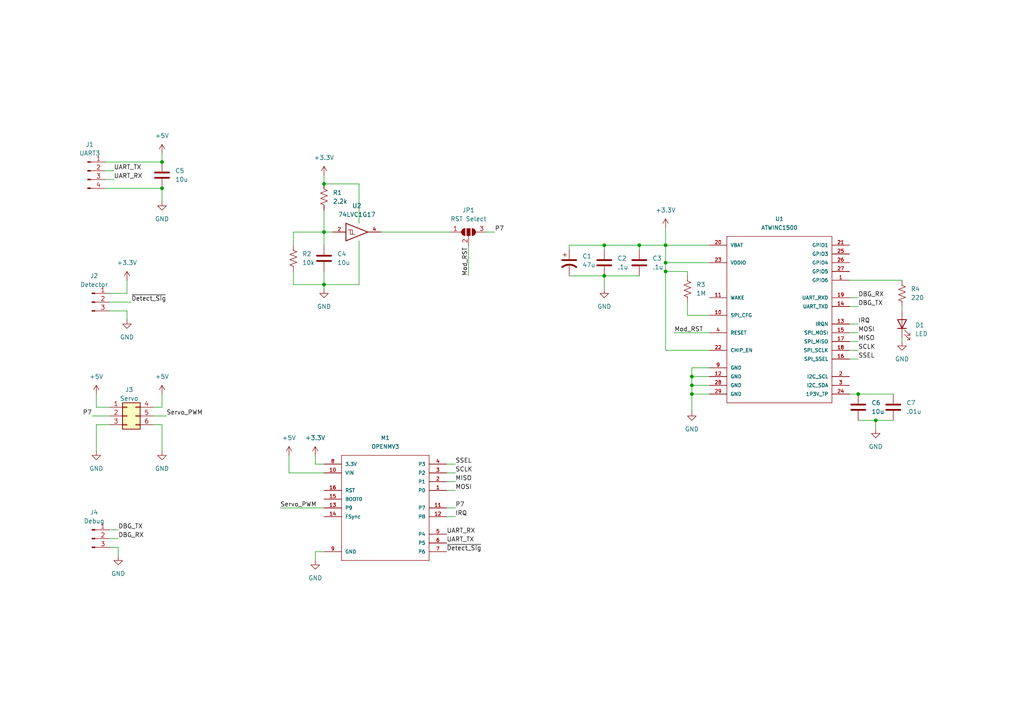
<source format=kicad_sch>
(kicad_sch (version 20211123) (generator eeschema)

  (uuid 449ec014-0642-4f76-b7f8-15b912ea8f35)

  (paper "A4")

  (lib_symbols
    (symbol "74xGxx:74LVC1G17" (pin_names (offset 1.016)) (in_bom yes) (on_board yes)
      (property "Reference" "U" (id 0) (at -2.54 3.81 0)
        (effects (font (size 1.27 1.27)))
      )
      (property "Value" "74LVC1G17" (id 1) (at 0 -3.81 0)
        (effects (font (size 1.27 1.27)))
      )
      (property "Footprint" "" (id 2) (at 0 0 0)
        (effects (font (size 1.27 1.27)) hide)
      )
      (property "Datasheet" "http://www.ti.com/lit/sg/scyt129e/scyt129e.pdf" (id 3) (at 0 0 0)
        (effects (font (size 1.27 1.27)) hide)
      )
      (property "ki_keywords" "Single Gate Buff Schmitt LVC CMOS" (id 4) (at 0 0 0)
        (effects (font (size 1.27 1.27)) hide)
      )
      (property "ki_description" "Single Schmitt Buffer Gate, Low-Voltage CMOS" (id 5) (at 0 0 0)
        (effects (font (size 1.27 1.27)) hide)
      )
      (property "ki_fp_filters" "SOT* SG-*" (id 6) (at 0 0 0)
        (effects (font (size 1.27 1.27)) hide)
      )
      (symbol "74LVC1G17_0_1"
        (polyline
          (pts
            (xy -2.54 0.635)
            (xy -1.905 0.635)
            (xy -1.905 -0.635)
          )
          (stroke (width 0) (type default) (color 0 0 0 0))
          (fill (type none))
        )
        (polyline
          (pts
            (xy -3.81 2.54)
            (xy -3.81 -2.54)
            (xy 2.54 0)
            (xy -3.81 2.54)
          )
          (stroke (width 0.254) (type default) (color 0 0 0 0))
          (fill (type none))
        )
        (polyline
          (pts
            (xy -3.175 0.635)
            (xy -2.54 0.635)
            (xy -2.54 -0.635)
            (xy -1.27 -0.635)
          )
          (stroke (width 0) (type default) (color 0 0 0 0))
          (fill (type none))
        )
      )
      (symbol "74LVC1G17_1_1"
        (pin input line (at -7.62 0 0) (length 3.81)
          (name "~" (effects (font (size 1.016 1.016))))
          (number "2" (effects (font (size 1.016 1.016))))
        )
        (pin power_in line (at 0 -2.54 270) (length 0) hide
          (name "GND" (effects (font (size 1.016 1.016))))
          (number "3" (effects (font (size 1.016 1.016))))
        )
        (pin output line (at 6.35 0 180) (length 3.81)
          (name "~" (effects (font (size 1.016 1.016))))
          (number "4" (effects (font (size 1.016 1.016))))
        )
        (pin power_in line (at 0 2.54 90) (length 0) hide
          (name "VCC" (effects (font (size 1.016 1.016))))
          (number "5" (effects (font (size 1.016 1.016))))
        )
      )
    )
    (symbol "Connector:Conn_01x03_Male" (pin_names (offset 1.016) hide) (in_bom yes) (on_board yes)
      (property "Reference" "J" (id 0) (at 0 5.08 0)
        (effects (font (size 1.27 1.27)))
      )
      (property "Value" "Conn_01x03_Male" (id 1) (at 0 -5.08 0)
        (effects (font (size 1.27 1.27)))
      )
      (property "Footprint" "" (id 2) (at 0 0 0)
        (effects (font (size 1.27 1.27)) hide)
      )
      (property "Datasheet" "~" (id 3) (at 0 0 0)
        (effects (font (size 1.27 1.27)) hide)
      )
      (property "ki_keywords" "connector" (id 4) (at 0 0 0)
        (effects (font (size 1.27 1.27)) hide)
      )
      (property "ki_description" "Generic connector, single row, 01x03, script generated (kicad-library-utils/schlib/autogen/connector/)" (id 5) (at 0 0 0)
        (effects (font (size 1.27 1.27)) hide)
      )
      (property "ki_fp_filters" "Connector*:*_1x??_*" (id 6) (at 0 0 0)
        (effects (font (size 1.27 1.27)) hide)
      )
      (symbol "Conn_01x03_Male_1_1"
        (polyline
          (pts
            (xy 1.27 -2.54)
            (xy 0.8636 -2.54)
          )
          (stroke (width 0.1524) (type default) (color 0 0 0 0))
          (fill (type none))
        )
        (polyline
          (pts
            (xy 1.27 0)
            (xy 0.8636 0)
          )
          (stroke (width 0.1524) (type default) (color 0 0 0 0))
          (fill (type none))
        )
        (polyline
          (pts
            (xy 1.27 2.54)
            (xy 0.8636 2.54)
          )
          (stroke (width 0.1524) (type default) (color 0 0 0 0))
          (fill (type none))
        )
        (rectangle (start 0.8636 -2.413) (end 0 -2.667)
          (stroke (width 0.1524) (type default) (color 0 0 0 0))
          (fill (type outline))
        )
        (rectangle (start 0.8636 0.127) (end 0 -0.127)
          (stroke (width 0.1524) (type default) (color 0 0 0 0))
          (fill (type outline))
        )
        (rectangle (start 0.8636 2.667) (end 0 2.413)
          (stroke (width 0.1524) (type default) (color 0 0 0 0))
          (fill (type outline))
        )
        (pin passive line (at 5.08 2.54 180) (length 3.81)
          (name "Pin_1" (effects (font (size 1.27 1.27))))
          (number "1" (effects (font (size 1.27 1.27))))
        )
        (pin passive line (at 5.08 0 180) (length 3.81)
          (name "Pin_2" (effects (font (size 1.27 1.27))))
          (number "2" (effects (font (size 1.27 1.27))))
        )
        (pin passive line (at 5.08 -2.54 180) (length 3.81)
          (name "Pin_3" (effects (font (size 1.27 1.27))))
          (number "3" (effects (font (size 1.27 1.27))))
        )
      )
    )
    (symbol "Connector:Conn_01x04_Male" (pin_names (offset 1.016) hide) (in_bom yes) (on_board yes)
      (property "Reference" "J" (id 0) (at 0 5.08 0)
        (effects (font (size 1.27 1.27)))
      )
      (property "Value" "Conn_01x04_Male" (id 1) (at 0 -7.62 0)
        (effects (font (size 1.27 1.27)))
      )
      (property "Footprint" "" (id 2) (at 0 0 0)
        (effects (font (size 1.27 1.27)) hide)
      )
      (property "Datasheet" "~" (id 3) (at 0 0 0)
        (effects (font (size 1.27 1.27)) hide)
      )
      (property "ki_keywords" "connector" (id 4) (at 0 0 0)
        (effects (font (size 1.27 1.27)) hide)
      )
      (property "ki_description" "Generic connector, single row, 01x04, script generated (kicad-library-utils/schlib/autogen/connector/)" (id 5) (at 0 0 0)
        (effects (font (size 1.27 1.27)) hide)
      )
      (property "ki_fp_filters" "Connector*:*_1x??_*" (id 6) (at 0 0 0)
        (effects (font (size 1.27 1.27)) hide)
      )
      (symbol "Conn_01x04_Male_1_1"
        (polyline
          (pts
            (xy 1.27 -5.08)
            (xy 0.8636 -5.08)
          )
          (stroke (width 0.1524) (type default) (color 0 0 0 0))
          (fill (type none))
        )
        (polyline
          (pts
            (xy 1.27 -2.54)
            (xy 0.8636 -2.54)
          )
          (stroke (width 0.1524) (type default) (color 0 0 0 0))
          (fill (type none))
        )
        (polyline
          (pts
            (xy 1.27 0)
            (xy 0.8636 0)
          )
          (stroke (width 0.1524) (type default) (color 0 0 0 0))
          (fill (type none))
        )
        (polyline
          (pts
            (xy 1.27 2.54)
            (xy 0.8636 2.54)
          )
          (stroke (width 0.1524) (type default) (color 0 0 0 0))
          (fill (type none))
        )
        (rectangle (start 0.8636 -4.953) (end 0 -5.207)
          (stroke (width 0.1524) (type default) (color 0 0 0 0))
          (fill (type outline))
        )
        (rectangle (start 0.8636 -2.413) (end 0 -2.667)
          (stroke (width 0.1524) (type default) (color 0 0 0 0))
          (fill (type outline))
        )
        (rectangle (start 0.8636 0.127) (end 0 -0.127)
          (stroke (width 0.1524) (type default) (color 0 0 0 0))
          (fill (type outline))
        )
        (rectangle (start 0.8636 2.667) (end 0 2.413)
          (stroke (width 0.1524) (type default) (color 0 0 0 0))
          (fill (type outline))
        )
        (pin passive line (at 5.08 2.54 180) (length 3.81)
          (name "Pin_1" (effects (font (size 1.27 1.27))))
          (number "1" (effects (font (size 1.27 1.27))))
        )
        (pin passive line (at 5.08 0 180) (length 3.81)
          (name "Pin_2" (effects (font (size 1.27 1.27))))
          (number "2" (effects (font (size 1.27 1.27))))
        )
        (pin passive line (at 5.08 -2.54 180) (length 3.81)
          (name "Pin_3" (effects (font (size 1.27 1.27))))
          (number "3" (effects (font (size 1.27 1.27))))
        )
        (pin passive line (at 5.08 -5.08 180) (length 3.81)
          (name "Pin_4" (effects (font (size 1.27 1.27))))
          (number "4" (effects (font (size 1.27 1.27))))
        )
      )
    )
    (symbol "Connector_Generic:Conn_02x03_Top_Bottom" (pin_names (offset 1.016) hide) (in_bom yes) (on_board yes)
      (property "Reference" "J" (id 0) (at 1.27 5.08 0)
        (effects (font (size 1.27 1.27)))
      )
      (property "Value" "Conn_02x03_Top_Bottom" (id 1) (at 1.27 -5.08 0)
        (effects (font (size 1.27 1.27)))
      )
      (property "Footprint" "" (id 2) (at 0 0 0)
        (effects (font (size 1.27 1.27)) hide)
      )
      (property "Datasheet" "~" (id 3) (at 0 0 0)
        (effects (font (size 1.27 1.27)) hide)
      )
      (property "ki_keywords" "connector" (id 4) (at 0 0 0)
        (effects (font (size 1.27 1.27)) hide)
      )
      (property "ki_description" "Generic connector, double row, 02x03, top/bottom pin numbering scheme (row 1: 1...pins_per_row, row2: pins_per_row+1 ... num_pins), script generated (kicad-library-utils/schlib/autogen/connector/)" (id 5) (at 0 0 0)
        (effects (font (size 1.27 1.27)) hide)
      )
      (property "ki_fp_filters" "Connector*:*_2x??_*" (id 6) (at 0 0 0)
        (effects (font (size 1.27 1.27)) hide)
      )
      (symbol "Conn_02x03_Top_Bottom_1_1"
        (rectangle (start -1.27 -2.413) (end 0 -2.667)
          (stroke (width 0.1524) (type default) (color 0 0 0 0))
          (fill (type none))
        )
        (rectangle (start -1.27 0.127) (end 0 -0.127)
          (stroke (width 0.1524) (type default) (color 0 0 0 0))
          (fill (type none))
        )
        (rectangle (start -1.27 2.667) (end 0 2.413)
          (stroke (width 0.1524) (type default) (color 0 0 0 0))
          (fill (type none))
        )
        (rectangle (start -1.27 3.81) (end 3.81 -3.81)
          (stroke (width 0.254) (type default) (color 0 0 0 0))
          (fill (type background))
        )
        (rectangle (start 3.81 -2.413) (end 2.54 -2.667)
          (stroke (width 0.1524) (type default) (color 0 0 0 0))
          (fill (type none))
        )
        (rectangle (start 3.81 0.127) (end 2.54 -0.127)
          (stroke (width 0.1524) (type default) (color 0 0 0 0))
          (fill (type none))
        )
        (rectangle (start 3.81 2.667) (end 2.54 2.413)
          (stroke (width 0.1524) (type default) (color 0 0 0 0))
          (fill (type none))
        )
        (pin passive line (at -5.08 2.54 0) (length 3.81)
          (name "Pin_1" (effects (font (size 1.27 1.27))))
          (number "1" (effects (font (size 1.27 1.27))))
        )
        (pin passive line (at -5.08 0 0) (length 3.81)
          (name "Pin_2" (effects (font (size 1.27 1.27))))
          (number "2" (effects (font (size 1.27 1.27))))
        )
        (pin passive line (at -5.08 -2.54 0) (length 3.81)
          (name "Pin_3" (effects (font (size 1.27 1.27))))
          (number "3" (effects (font (size 1.27 1.27))))
        )
        (pin passive line (at 7.62 2.54 180) (length 3.81)
          (name "Pin_4" (effects (font (size 1.27 1.27))))
          (number "4" (effects (font (size 1.27 1.27))))
        )
        (pin passive line (at 7.62 0 180) (length 3.81)
          (name "Pin_5" (effects (font (size 1.27 1.27))))
          (number "5" (effects (font (size 1.27 1.27))))
        )
        (pin passive line (at 7.62 -2.54 180) (length 3.81)
          (name "Pin_6" (effects (font (size 1.27 1.27))))
          (number "6" (effects (font (size 1.27 1.27))))
        )
      )
    )
    (symbol "Device:C" (pin_numbers hide) (pin_names (offset 0.254)) (in_bom yes) (on_board yes)
      (property "Reference" "C" (id 0) (at 0.635 2.54 0)
        (effects (font (size 1.27 1.27)) (justify left))
      )
      (property "Value" "C" (id 1) (at 0.635 -2.54 0)
        (effects (font (size 1.27 1.27)) (justify left))
      )
      (property "Footprint" "" (id 2) (at 0.9652 -3.81 0)
        (effects (font (size 1.27 1.27)) hide)
      )
      (property "Datasheet" "~" (id 3) (at 0 0 0)
        (effects (font (size 1.27 1.27)) hide)
      )
      (property "ki_keywords" "cap capacitor" (id 4) (at 0 0 0)
        (effects (font (size 1.27 1.27)) hide)
      )
      (property "ki_description" "Unpolarized capacitor" (id 5) (at 0 0 0)
        (effects (font (size 1.27 1.27)) hide)
      )
      (property "ki_fp_filters" "C_*" (id 6) (at 0 0 0)
        (effects (font (size 1.27 1.27)) hide)
      )
      (symbol "C_0_1"
        (polyline
          (pts
            (xy -2.032 -0.762)
            (xy 2.032 -0.762)
          )
          (stroke (width 0.508) (type default) (color 0 0 0 0))
          (fill (type none))
        )
        (polyline
          (pts
            (xy -2.032 0.762)
            (xy 2.032 0.762)
          )
          (stroke (width 0.508) (type default) (color 0 0 0 0))
          (fill (type none))
        )
      )
      (symbol "C_1_1"
        (pin passive line (at 0 3.81 270) (length 2.794)
          (name "~" (effects (font (size 1.27 1.27))))
          (number "1" (effects (font (size 1.27 1.27))))
        )
        (pin passive line (at 0 -3.81 90) (length 2.794)
          (name "~" (effects (font (size 1.27 1.27))))
          (number "2" (effects (font (size 1.27 1.27))))
        )
      )
    )
    (symbol "Device:C_Polarized_US" (pin_numbers hide) (pin_names (offset 0.254) hide) (in_bom yes) (on_board yes)
      (property "Reference" "C" (id 0) (at 0.635 2.54 0)
        (effects (font (size 1.27 1.27)) (justify left))
      )
      (property "Value" "C_Polarized_US" (id 1) (at 0.635 -2.54 0)
        (effects (font (size 1.27 1.27)) (justify left))
      )
      (property "Footprint" "" (id 2) (at 0 0 0)
        (effects (font (size 1.27 1.27)) hide)
      )
      (property "Datasheet" "~" (id 3) (at 0 0 0)
        (effects (font (size 1.27 1.27)) hide)
      )
      (property "ki_keywords" "cap capacitor" (id 4) (at 0 0 0)
        (effects (font (size 1.27 1.27)) hide)
      )
      (property "ki_description" "Polarized capacitor, US symbol" (id 5) (at 0 0 0)
        (effects (font (size 1.27 1.27)) hide)
      )
      (property "ki_fp_filters" "CP_*" (id 6) (at 0 0 0)
        (effects (font (size 1.27 1.27)) hide)
      )
      (symbol "C_Polarized_US_0_1"
        (polyline
          (pts
            (xy -2.032 0.762)
            (xy 2.032 0.762)
          )
          (stroke (width 0.508) (type default) (color 0 0 0 0))
          (fill (type none))
        )
        (polyline
          (pts
            (xy -1.778 2.286)
            (xy -0.762 2.286)
          )
          (stroke (width 0) (type default) (color 0 0 0 0))
          (fill (type none))
        )
        (polyline
          (pts
            (xy -1.27 1.778)
            (xy -1.27 2.794)
          )
          (stroke (width 0) (type default) (color 0 0 0 0))
          (fill (type none))
        )
        (arc (start 2.032 -1.27) (mid 0 -0.5572) (end -2.032 -1.27)
          (stroke (width 0.508) (type default) (color 0 0 0 0))
          (fill (type none))
        )
      )
      (symbol "C_Polarized_US_1_1"
        (pin passive line (at 0 3.81 270) (length 2.794)
          (name "~" (effects (font (size 1.27 1.27))))
          (number "1" (effects (font (size 1.27 1.27))))
        )
        (pin passive line (at 0 -3.81 90) (length 3.302)
          (name "~" (effects (font (size 1.27 1.27))))
          (number "2" (effects (font (size 1.27 1.27))))
        )
      )
    )
    (symbol "Device:LED" (pin_numbers hide) (pin_names (offset 1.016) hide) (in_bom yes) (on_board yes)
      (property "Reference" "D" (id 0) (at 0 2.54 0)
        (effects (font (size 1.27 1.27)))
      )
      (property "Value" "LED" (id 1) (at 0 -2.54 0)
        (effects (font (size 1.27 1.27)))
      )
      (property "Footprint" "" (id 2) (at 0 0 0)
        (effects (font (size 1.27 1.27)) hide)
      )
      (property "Datasheet" "~" (id 3) (at 0 0 0)
        (effects (font (size 1.27 1.27)) hide)
      )
      (property "ki_keywords" "LED diode" (id 4) (at 0 0 0)
        (effects (font (size 1.27 1.27)) hide)
      )
      (property "ki_description" "Light emitting diode" (id 5) (at 0 0 0)
        (effects (font (size 1.27 1.27)) hide)
      )
      (property "ki_fp_filters" "LED* LED_SMD:* LED_THT:*" (id 6) (at 0 0 0)
        (effects (font (size 1.27 1.27)) hide)
      )
      (symbol "LED_0_1"
        (polyline
          (pts
            (xy -1.27 -1.27)
            (xy -1.27 1.27)
          )
          (stroke (width 0.254) (type default) (color 0 0 0 0))
          (fill (type none))
        )
        (polyline
          (pts
            (xy -1.27 0)
            (xy 1.27 0)
          )
          (stroke (width 0) (type default) (color 0 0 0 0))
          (fill (type none))
        )
        (polyline
          (pts
            (xy 1.27 -1.27)
            (xy 1.27 1.27)
            (xy -1.27 0)
            (xy 1.27 -1.27)
          )
          (stroke (width 0.254) (type default) (color 0 0 0 0))
          (fill (type none))
        )
        (polyline
          (pts
            (xy -3.048 -0.762)
            (xy -4.572 -2.286)
            (xy -3.81 -2.286)
            (xy -4.572 -2.286)
            (xy -4.572 -1.524)
          )
          (stroke (width 0) (type default) (color 0 0 0 0))
          (fill (type none))
        )
        (polyline
          (pts
            (xy -1.778 -0.762)
            (xy -3.302 -2.286)
            (xy -2.54 -2.286)
            (xy -3.302 -2.286)
            (xy -3.302 -1.524)
          )
          (stroke (width 0) (type default) (color 0 0 0 0))
          (fill (type none))
        )
      )
      (symbol "LED_1_1"
        (pin passive line (at -3.81 0 0) (length 2.54)
          (name "K" (effects (font (size 1.27 1.27))))
          (number "1" (effects (font (size 1.27 1.27))))
        )
        (pin passive line (at 3.81 0 180) (length 2.54)
          (name "A" (effects (font (size 1.27 1.27))))
          (number "2" (effects (font (size 1.27 1.27))))
        )
      )
    )
    (symbol "Device:R_US" (pin_numbers hide) (pin_names (offset 0)) (in_bom yes) (on_board yes)
      (property "Reference" "R" (id 0) (at 2.54 0 90)
        (effects (font (size 1.27 1.27)))
      )
      (property "Value" "R_US" (id 1) (at -2.54 0 90)
        (effects (font (size 1.27 1.27)))
      )
      (property "Footprint" "" (id 2) (at 1.016 -0.254 90)
        (effects (font (size 1.27 1.27)) hide)
      )
      (property "Datasheet" "~" (id 3) (at 0 0 0)
        (effects (font (size 1.27 1.27)) hide)
      )
      (property "ki_keywords" "R res resistor" (id 4) (at 0 0 0)
        (effects (font (size 1.27 1.27)) hide)
      )
      (property "ki_description" "Resistor, US symbol" (id 5) (at 0 0 0)
        (effects (font (size 1.27 1.27)) hide)
      )
      (property "ki_fp_filters" "R_*" (id 6) (at 0 0 0)
        (effects (font (size 1.27 1.27)) hide)
      )
      (symbol "R_US_0_1"
        (polyline
          (pts
            (xy 0 -2.286)
            (xy 0 -2.54)
          )
          (stroke (width 0) (type default) (color 0 0 0 0))
          (fill (type none))
        )
        (polyline
          (pts
            (xy 0 2.286)
            (xy 0 2.54)
          )
          (stroke (width 0) (type default) (color 0 0 0 0))
          (fill (type none))
        )
        (polyline
          (pts
            (xy 0 -0.762)
            (xy 1.016 -1.143)
            (xy 0 -1.524)
            (xy -1.016 -1.905)
            (xy 0 -2.286)
          )
          (stroke (width 0) (type default) (color 0 0 0 0))
          (fill (type none))
        )
        (polyline
          (pts
            (xy 0 0.762)
            (xy 1.016 0.381)
            (xy 0 0)
            (xy -1.016 -0.381)
            (xy 0 -0.762)
          )
          (stroke (width 0) (type default) (color 0 0 0 0))
          (fill (type none))
        )
        (polyline
          (pts
            (xy 0 2.286)
            (xy 1.016 1.905)
            (xy 0 1.524)
            (xy -1.016 1.143)
            (xy 0 0.762)
          )
          (stroke (width 0) (type default) (color 0 0 0 0))
          (fill (type none))
        )
      )
      (symbol "R_US_1_1"
        (pin passive line (at 0 3.81 270) (length 1.27)
          (name "~" (effects (font (size 1.27 1.27))))
          (number "1" (effects (font (size 1.27 1.27))))
        )
        (pin passive line (at 0 -3.81 90) (length 1.27)
          (name "~" (effects (font (size 1.27 1.27))))
          (number "2" (effects (font (size 1.27 1.27))))
        )
      )
    )
    (symbol "Jumper:SolderJumper_3_Open" (pin_names (offset 0) hide) (in_bom yes) (on_board yes)
      (property "Reference" "JP" (id 0) (at -2.54 -2.54 0)
        (effects (font (size 1.27 1.27)))
      )
      (property "Value" "SolderJumper_3_Open" (id 1) (at 0 2.794 0)
        (effects (font (size 1.27 1.27)))
      )
      (property "Footprint" "" (id 2) (at 0 0 0)
        (effects (font (size 1.27 1.27)) hide)
      )
      (property "Datasheet" "~" (id 3) (at 0 0 0)
        (effects (font (size 1.27 1.27)) hide)
      )
      (property "ki_keywords" "Solder Jumper SPDT" (id 4) (at 0 0 0)
        (effects (font (size 1.27 1.27)) hide)
      )
      (property "ki_description" "Solder Jumper, 3-pole, open" (id 5) (at 0 0 0)
        (effects (font (size 1.27 1.27)) hide)
      )
      (property "ki_fp_filters" "SolderJumper*Open*" (id 6) (at 0 0 0)
        (effects (font (size 1.27 1.27)) hide)
      )
      (symbol "SolderJumper_3_Open_0_1"
        (arc (start -1.016 1.016) (mid -2.032 0) (end -1.016 -1.016)
          (stroke (width 0) (type default) (color 0 0 0 0))
          (fill (type none))
        )
        (arc (start -1.016 1.016) (mid -2.032 0) (end -1.016 -1.016)
          (stroke (width 0) (type default) (color 0 0 0 0))
          (fill (type outline))
        )
        (rectangle (start -0.508 1.016) (end 0.508 -1.016)
          (stroke (width 0) (type default) (color 0 0 0 0))
          (fill (type outline))
        )
        (polyline
          (pts
            (xy -2.54 0)
            (xy -2.032 0)
          )
          (stroke (width 0) (type default) (color 0 0 0 0))
          (fill (type none))
        )
        (polyline
          (pts
            (xy -1.016 1.016)
            (xy -1.016 -1.016)
          )
          (stroke (width 0) (type default) (color 0 0 0 0))
          (fill (type none))
        )
        (polyline
          (pts
            (xy 0 -1.27)
            (xy 0 -1.016)
          )
          (stroke (width 0) (type default) (color 0 0 0 0))
          (fill (type none))
        )
        (polyline
          (pts
            (xy 1.016 1.016)
            (xy 1.016 -1.016)
          )
          (stroke (width 0) (type default) (color 0 0 0 0))
          (fill (type none))
        )
        (polyline
          (pts
            (xy 2.54 0)
            (xy 2.032 0)
          )
          (stroke (width 0) (type default) (color 0 0 0 0))
          (fill (type none))
        )
        (arc (start 1.016 -1.016) (mid 2.032 0) (end 1.016 1.016)
          (stroke (width 0) (type default) (color 0 0 0 0))
          (fill (type none))
        )
        (arc (start 1.016 -1.016) (mid 2.032 0) (end 1.016 1.016)
          (stroke (width 0) (type default) (color 0 0 0 0))
          (fill (type outline))
        )
      )
      (symbol "SolderJumper_3_Open_1_1"
        (pin passive line (at -5.08 0 0) (length 2.54)
          (name "A" (effects (font (size 1.27 1.27))))
          (number "1" (effects (font (size 1.27 1.27))))
        )
        (pin passive line (at 0 -3.81 90) (length 2.54)
          (name "C" (effects (font (size 1.27 1.27))))
          (number "2" (effects (font (size 1.27 1.27))))
        )
        (pin passive line (at 5.08 0 180) (length 2.54)
          (name "B" (effects (font (size 1.27 1.27))))
          (number "3" (effects (font (size 1.27 1.27))))
        )
      )
    )
    (symbol "power:+3.3V" (power) (pin_names (offset 0)) (in_bom yes) (on_board yes)
      (property "Reference" "#PWR" (id 0) (at 0 -3.81 0)
        (effects (font (size 1.27 1.27)) hide)
      )
      (property "Value" "+3.3V" (id 1) (at 0 3.556 0)
        (effects (font (size 1.27 1.27)))
      )
      (property "Footprint" "" (id 2) (at 0 0 0)
        (effects (font (size 1.27 1.27)) hide)
      )
      (property "Datasheet" "" (id 3) (at 0 0 0)
        (effects (font (size 1.27 1.27)) hide)
      )
      (property "ki_keywords" "power-flag" (id 4) (at 0 0 0)
        (effects (font (size 1.27 1.27)) hide)
      )
      (property "ki_description" "Power symbol creates a global label with name \"+3.3V\"" (id 5) (at 0 0 0)
        (effects (font (size 1.27 1.27)) hide)
      )
      (symbol "+3.3V_0_1"
        (polyline
          (pts
            (xy -0.762 1.27)
            (xy 0 2.54)
          )
          (stroke (width 0) (type default) (color 0 0 0 0))
          (fill (type none))
        )
        (polyline
          (pts
            (xy 0 0)
            (xy 0 2.54)
          )
          (stroke (width 0) (type default) (color 0 0 0 0))
          (fill (type none))
        )
        (polyline
          (pts
            (xy 0 2.54)
            (xy 0.762 1.27)
          )
          (stroke (width 0) (type default) (color 0 0 0 0))
          (fill (type none))
        )
      )
      (symbol "+3.3V_1_1"
        (pin power_in line (at 0 0 90) (length 0) hide
          (name "+3.3V" (effects (font (size 1.27 1.27))))
          (number "1" (effects (font (size 1.27 1.27))))
        )
      )
    )
    (symbol "power:+5V" (power) (pin_names (offset 0)) (in_bom yes) (on_board yes)
      (property "Reference" "#PWR" (id 0) (at 0 -3.81 0)
        (effects (font (size 1.27 1.27)) hide)
      )
      (property "Value" "+5V" (id 1) (at 0 3.556 0)
        (effects (font (size 1.27 1.27)))
      )
      (property "Footprint" "" (id 2) (at 0 0 0)
        (effects (font (size 1.27 1.27)) hide)
      )
      (property "Datasheet" "" (id 3) (at 0 0 0)
        (effects (font (size 1.27 1.27)) hide)
      )
      (property "ki_keywords" "power-flag" (id 4) (at 0 0 0)
        (effects (font (size 1.27 1.27)) hide)
      )
      (property "ki_description" "Power symbol creates a global label with name \"+5V\"" (id 5) (at 0 0 0)
        (effects (font (size 1.27 1.27)) hide)
      )
      (symbol "+5V_0_1"
        (polyline
          (pts
            (xy -0.762 1.27)
            (xy 0 2.54)
          )
          (stroke (width 0) (type default) (color 0 0 0 0))
          (fill (type none))
        )
        (polyline
          (pts
            (xy 0 0)
            (xy 0 2.54)
          )
          (stroke (width 0) (type default) (color 0 0 0 0))
          (fill (type none))
        )
        (polyline
          (pts
            (xy 0 2.54)
            (xy 0.762 1.27)
          )
          (stroke (width 0) (type default) (color 0 0 0 0))
          (fill (type none))
        )
      )
      (symbol "+5V_1_1"
        (pin power_in line (at 0 0 90) (length 0) hide
          (name "+5V" (effects (font (size 1.27 1.27))))
          (number "1" (effects (font (size 1.27 1.27))))
        )
      )
    )
    (symbol "power:GND" (power) (pin_names (offset 0)) (in_bom yes) (on_board yes)
      (property "Reference" "#PWR" (id 0) (at 0 -6.35 0)
        (effects (font (size 1.27 1.27)) hide)
      )
      (property "Value" "GND" (id 1) (at 0 -3.81 0)
        (effects (font (size 1.27 1.27)))
      )
      (property "Footprint" "" (id 2) (at 0 0 0)
        (effects (font (size 1.27 1.27)) hide)
      )
      (property "Datasheet" "" (id 3) (at 0 0 0)
        (effects (font (size 1.27 1.27)) hide)
      )
      (property "ki_keywords" "power-flag" (id 4) (at 0 0 0)
        (effects (font (size 1.27 1.27)) hide)
      )
      (property "ki_description" "Power symbol creates a global label with name \"GND\" , ground" (id 5) (at 0 0 0)
        (effects (font (size 1.27 1.27)) hide)
      )
      (symbol "GND_0_1"
        (polyline
          (pts
            (xy 0 0)
            (xy 0 -1.27)
            (xy 1.27 -1.27)
            (xy 0 -2.54)
            (xy -1.27 -1.27)
            (xy 0 -1.27)
          )
          (stroke (width 0) (type default) (color 0 0 0 0))
          (fill (type none))
        )
      )
      (symbol "GND_1_1"
        (pin power_in line (at 0 0 270) (length 0) hide
          (name "GND" (effects (font (size 1.27 1.27))))
          (number "1" (effects (font (size 1.27 1.27))))
        )
      )
    )
    (symbol "wifi:ATWINC1500" (pin_names (offset 1.016)) (in_bom yes) (on_board yes)
      (property "Reference" "U" (id 0) (at -15.24 15.748 0)
        (effects (font (size 1.143 1.143)) (justify left bottom))
      )
      (property "Value" "ATWINC1500" (id 1) (at -15.24 -35.56 0)
        (effects (font (size 1.143 1.143)) (justify left bottom))
      )
      (property "Footprint" "wifi_ATWINC1500" (id 2) (at 0.762 3.81 0)
        (effects (font (size 0.508 0.508)) hide)
      )
      (property "Datasheet" "https://media.digikey.com/pdf/Data%20Sheets/Microchip%20PDFs/ATWINC15x0.pdf" (id 3) (at 0 0 0)
        (effects (font (size 1.27 1.27)) hide)
      )
      (property "ki_fp_filters" "*ATWINC1500*" (id 4) (at 0 0 0)
        (effects (font (size 1.27 1.27)) hide)
      )
      (symbol "ATWINC1500_1_0"
        (polyline
          (pts
            (xy -15.24 -33.02)
            (xy -15.24 15.24)
          )
          (stroke (width 0) (type default) (color 0 0 0 0))
          (fill (type none))
        )
        (polyline
          (pts
            (xy -15.24 15.24)
            (xy 15.24 15.24)
          )
          (stroke (width 0) (type default) (color 0 0 0 0))
          (fill (type none))
        )
        (polyline
          (pts
            (xy 15.24 -33.02)
            (xy -15.24 -33.02)
          )
          (stroke (width 0) (type default) (color 0 0 0 0))
          (fill (type none))
        )
        (polyline
          (pts
            (xy 15.24 15.24)
            (xy 15.24 -33.02)
          )
          (stroke (width 0) (type default) (color 0 0 0 0))
          (fill (type none))
        )
      )
      (symbol "ATWINC1500_1_1"
        (pin bidirectional line (at 20.32 2.54 180) (length 5.08)
          (name "GPIO6" (effects (font (size 1.016 1.016))))
          (number "1" (effects (font (size 1.016 1.016))))
        )
        (pin bidirectional line (at -20.32 -7.62 0) (length 5.08)
          (name "SPI_CFG" (effects (font (size 1.016 1.016))))
          (number "10" (effects (font (size 1.016 1.016))))
        )
        (pin bidirectional line (at -20.32 -2.54 0) (length 5.08)
          (name "WAKE" (effects (font (size 1.016 1.016))))
          (number "11" (effects (font (size 1.016 1.016))))
        )
        (pin power_out line (at -20.32 -25.4 0) (length 5.08)
          (name "GND" (effects (font (size 1.016 1.016))))
          (number "12" (effects (font (size 1.016 1.016))))
        )
        (pin bidirectional line (at 20.32 -10.16 180) (length 5.08)
          (name "IRQN" (effects (font (size 1.016 1.016))))
          (number "13" (effects (font (size 1.016 1.016))))
        )
        (pin bidirectional line (at 20.32 -5.08 180) (length 5.08)
          (name "UART_TXD" (effects (font (size 1.016 1.016))))
          (number "14" (effects (font (size 1.016 1.016))))
        )
        (pin bidirectional line (at 20.32 -12.7 180) (length 5.08)
          (name "SPI_MOSI" (effects (font (size 1.016 1.016))))
          (number "15" (effects (font (size 1.016 1.016))))
        )
        (pin bidirectional line (at 20.32 -20.32 180) (length 5.08)
          (name "SPI_SSEL" (effects (font (size 1.016 1.016))))
          (number "16" (effects (font (size 1.016 1.016))))
        )
        (pin bidirectional line (at 20.32 -15.24 180) (length 5.08)
          (name "SPI_MISO" (effects (font (size 1.016 1.016))))
          (number "17" (effects (font (size 1.016 1.016))))
        )
        (pin bidirectional line (at 20.32 -17.78 180) (length 5.08)
          (name "SPI_SCLK" (effects (font (size 1.016 1.016))))
          (number "18" (effects (font (size 1.016 1.016))))
        )
        (pin bidirectional line (at 20.32 -2.54 180) (length 5.08)
          (name "UART_RXD" (effects (font (size 1.016 1.016))))
          (number "19" (effects (font (size 1.016 1.016))))
        )
        (pin unspecified line (at 20.32 -25.4 180) (length 5.08)
          (name "I2C_SCL" (effects (font (size 1.016 1.016))))
          (number "2" (effects (font (size 1.016 1.016))))
        )
        (pin power_in line (at -20.32 12.7 0) (length 5.08)
          (name "VBAT" (effects (font (size 1.016 1.016))))
          (number "20" (effects (font (size 1.016 1.016))))
        )
        (pin bidirectional line (at 20.32 12.7 180) (length 5.08)
          (name "GPIO1" (effects (font (size 1.016 1.016))))
          (number "21" (effects (font (size 1.016 1.016))))
        )
        (pin bidirectional line (at -20.32 -17.78 0) (length 5.08)
          (name "CHIP_EN" (effects (font (size 1.016 1.016))))
          (number "22" (effects (font (size 1.016 1.016))))
        )
        (pin power_out line (at -20.32 7.62 0) (length 5.08)
          (name "VDDIO" (effects (font (size 1.016 1.016))))
          (number "23" (effects (font (size 1.016 1.016))))
        )
        (pin unspecified line (at 20.32 -30.48 180) (length 5.08)
          (name "1P3V_TP" (effects (font (size 1.016 1.016))))
          (number "24" (effects (font (size 1.016 1.016))))
        )
        (pin bidirectional line (at 20.32 10.16 180) (length 5.08)
          (name "GPIO3" (effects (font (size 1.016 1.016))))
          (number "25" (effects (font (size 1.016 1.016))))
        )
        (pin bidirectional line (at 20.32 7.62 180) (length 5.08)
          (name "GPIO4" (effects (font (size 1.016 1.016))))
          (number "26" (effects (font (size 1.016 1.016))))
        )
        (pin bidirectional line (at 20.32 5.08 180) (length 5.08)
          (name "GPIO5" (effects (font (size 1.016 1.016))))
          (number "27" (effects (font (size 1.016 1.016))))
        )
        (pin power_out line (at -20.32 -27.94 0) (length 5.08)
          (name "GND" (effects (font (size 1.016 1.016))))
          (number "28" (effects (font (size 1.016 1.016))))
        )
        (pin power_out line (at -20.32 -30.48 0) (length 5.08)
          (name "GND" (effects (font (size 1.016 1.016))))
          (number "29" (effects (font (size 1.016 1.016))))
        )
        (pin unspecified line (at 20.32 -27.94 180) (length 5.08)
          (name "I2C_SDA" (effects (font (size 1.016 1.016))))
          (number "3" (effects (font (size 1.016 1.016))))
        )
        (pin bidirectional line (at -20.32 -12.7 0) (length 5.08)
          (name "RESET" (effects (font (size 1.016 1.016))))
          (number "4" (effects (font (size 1.016 1.016))))
        )
        (pin power_out line (at -20.32 -22.86 0) (length 5.08)
          (name "GND" (effects (font (size 1.016 1.016))))
          (number "9" (effects (font (size 1.016 1.016))))
        )
      )
    )
    (symbol "wifi:OPENMV3" (pin_names (offset 1.016)) (in_bom yes) (on_board yes)
      (property "Reference" "M" (id 0) (at -12.7 12.7 0)
        (effects (font (size 1.143 1.143)) (justify left bottom))
      )
      (property "Value" "OPENMV3" (id 1) (at 2.54 -20.32 0)
        (effects (font (size 1.143 1.143)) (justify left bottom))
      )
      (property "Footprint" "wifi_OPENMV3" (id 2) (at 0.762 3.81 0)
        (effects (font (size 0.508 0.508)) hide)
      )
      (property "Datasheet" "" (id 3) (at 0 0 0)
        (effects (font (size 1.27 1.27)) hide)
      )
      (property "ki_locked" "" (id 4) (at 0 0 0)
        (effects (font (size 1.27 1.27)))
      )
      (property "ki_fp_filters" "*OPENMV3*" (id 5) (at 0 0 0)
        (effects (font (size 1.27 1.27)) hide)
      )
      (symbol "OPENMV3_1_0"
        (polyline
          (pts
            (xy -12.7 -17.78)
            (xy -12.7 12.7)
          )
          (stroke (width 0) (type default) (color 0 0 0 0))
          (fill (type none))
        )
        (polyline
          (pts
            (xy -12.7 12.7)
            (xy 12.7 12.7)
          )
          (stroke (width 0) (type default) (color 0 0 0 0))
          (fill (type none))
        )
        (polyline
          (pts
            (xy 12.7 -17.78)
            (xy -12.7 -17.78)
          )
          (stroke (width 0) (type default) (color 0 0 0 0))
          (fill (type none))
        )
        (polyline
          (pts
            (xy 12.7 12.7)
            (xy 12.7 -17.78)
          )
          (stroke (width 0) (type default) (color 0 0 0 0))
          (fill (type none))
        )
      )
      (symbol "OPENMV3_1_1"
        (pin bidirectional line (at 17.78 2.54 180) (length 5.08)
          (name "P0" (effects (font (size 1.016 1.016))))
          (number "1" (effects (font (size 1.016 1.016))))
        )
        (pin power_out line (at -17.78 7.62 0) (length 5.08)
          (name "VIN" (effects (font (size 1.016 1.016))))
          (number "10" (effects (font (size 1.016 1.016))))
        )
        (pin bidirectional line (at 17.78 -2.54 180) (length 5.08)
          (name "P7" (effects (font (size 1.016 1.016))))
          (number "11" (effects (font (size 1.016 1.016))))
        )
        (pin bidirectional line (at 17.78 -5.08 180) (length 5.08)
          (name "P8" (effects (font (size 1.016 1.016))))
          (number "12" (effects (font (size 1.016 1.016))))
        )
        (pin bidirectional line (at -17.78 -2.54 0) (length 5.08)
          (name "P9" (effects (font (size 1.016 1.016))))
          (number "13" (effects (font (size 1.016 1.016))))
        )
        (pin bidirectional line (at -17.78 -5.08 0) (length 5.08)
          (name "FSync" (effects (font (size 1.016 1.016))))
          (number "14" (effects (font (size 1.016 1.016))))
        )
        (pin bidirectional line (at -17.78 0 0) (length 5.08)
          (name "BOOT0" (effects (font (size 1.016 1.016))))
          (number "15" (effects (font (size 1.016 1.016))))
        )
        (pin bidirectional line (at -17.78 2.54 0) (length 5.08)
          (name "RST" (effects (font (size 1.016 1.016))))
          (number "16" (effects (font (size 1.016 1.016))))
        )
        (pin bidirectional line (at 17.78 5.08 180) (length 5.08)
          (name "P1" (effects (font (size 1.016 1.016))))
          (number "2" (effects (font (size 1.016 1.016))))
        )
        (pin bidirectional line (at 17.78 7.62 180) (length 5.08)
          (name "P2" (effects (font (size 1.016 1.016))))
          (number "3" (effects (font (size 1.016 1.016))))
        )
        (pin bidirectional line (at 17.78 10.16 180) (length 5.08)
          (name "P3" (effects (font (size 1.016 1.016))))
          (number "4" (effects (font (size 1.016 1.016))))
        )
        (pin bidirectional line (at 17.78 -10.16 180) (length 5.08)
          (name "P4" (effects (font (size 1.016 1.016))))
          (number "5" (effects (font (size 1.016 1.016))))
        )
        (pin bidirectional line (at 17.78 -12.7 180) (length 5.08)
          (name "P5" (effects (font (size 1.016 1.016))))
          (number "6" (effects (font (size 1.016 1.016))))
        )
        (pin bidirectional line (at 17.78 -15.24 180) (length 5.08)
          (name "P6" (effects (font (size 1.016 1.016))))
          (number "7" (effects (font (size 1.016 1.016))))
        )
        (pin power_out line (at -17.78 10.16 0) (length 5.08)
          (name "3.3V" (effects (font (size 1.016 1.016))))
          (number "8" (effects (font (size 1.016 1.016))))
        )
        (pin power_in line (at -17.78 -15.24 0) (length 5.08)
          (name "GND" (effects (font (size 1.016 1.016))))
          (number "9" (effects (font (size 1.016 1.016))))
        )
      )
    )
  )

  (junction (at 200.66 114.3) (diameter 0) (color 0 0 0 0)
    (uuid 2c3c595c-a0df-433b-8271-fdcd2d7c3db2)
  )
  (junction (at 193.04 71.12) (diameter 0) (color 0 0 0 0)
    (uuid 58b548da-6b8d-4b17-858f-91dec2846828)
  )
  (junction (at 248.92 114.3) (diameter 0) (color 0 0 0 0)
    (uuid 5dbe6806-7173-42f9-b658-767ee6753dc7)
  )
  (junction (at 175.26 71.12) (diameter 0) (color 0 0 0 0)
    (uuid 6429becc-1c8b-49c3-8da6-37bc969c70a5)
  )
  (junction (at 46.99 46.99) (diameter 0) (color 0 0 0 0)
    (uuid 6704a6b6-a1da-4dd1-b60c-aa1e0c27c480)
  )
  (junction (at 93.98 53.34) (diameter 0) (color 0 0 0 0)
    (uuid 7cde7224-e5c0-4151-9787-9c09e087a0ad)
  )
  (junction (at 193.04 78.74) (diameter 0) (color 0 0 0 0)
    (uuid 8e2c4669-6806-483e-81fb-f49251542142)
  )
  (junction (at 200.66 109.22) (diameter 0) (color 0 0 0 0)
    (uuid 96bd6ccd-a898-4415-897c-571dcc825fc2)
  )
  (junction (at 193.04 76.2) (diameter 0) (color 0 0 0 0)
    (uuid 98c4583b-99c3-4b98-a8bf-6e901a83f6e3)
  )
  (junction (at 254 121.92) (diameter 0) (color 0 0 0 0)
    (uuid 9b74ca41-f5ea-4a75-ac4e-121c502d77b1)
  )
  (junction (at 175.26 80.01) (diameter 0) (color 0 0 0 0)
    (uuid a91df66b-7b02-421c-ad73-54d3d99cc4a3)
  )
  (junction (at 200.66 111.76) (diameter 0) (color 0 0 0 0)
    (uuid abaea84a-545a-4d20-8bf9-e9939b645ada)
  )
  (junction (at 93.98 82.55) (diameter 0) (color 0 0 0 0)
    (uuid b943ddd6-7730-48e4-938b-4fe70f2babdc)
  )
  (junction (at 46.99 54.61) (diameter 0) (color 0 0 0 0)
    (uuid cd3fd200-afbf-45d0-ac73-a1cbb77ffdbc)
  )
  (junction (at 93.98 67.31) (diameter 0) (color 0 0 0 0)
    (uuid d504e4ef-dd3d-49b2-9d2e-c6f95113e808)
  )
  (junction (at 185.42 71.12) (diameter 0) (color 0 0 0 0)
    (uuid fd141516-3610-424e-aca7-017221ea3f41)
  )

  (wire (pts (xy 85.09 67.31) (xy 93.98 67.31))
    (stroke (width 0) (type default) (color 0 0 0 0))
    (uuid 02153433-2bf2-417b-b365-f571cffbb4c7)
  )
  (wire (pts (xy 193.04 71.12) (xy 193.04 66.04))
    (stroke (width 0) (type default) (color 0 0 0 0))
    (uuid 03449957-b228-4588-bbe1-bf5143eec649)
  )
  (wire (pts (xy 132.08 134.62) (xy 129.54 134.62))
    (stroke (width 0) (type default) (color 0 0 0 0))
    (uuid 06171c03-8f54-4b53-8da0-c8d18cfe0658)
  )
  (wire (pts (xy 30.48 46.99) (xy 46.99 46.99))
    (stroke (width 0) (type default) (color 0 0 0 0))
    (uuid 08bffe72-a906-43b6-8663-a04bb9c36417)
  )
  (wire (pts (xy 31.75 158.75) (xy 34.29 158.75))
    (stroke (width 0) (type default) (color 0 0 0 0))
    (uuid 0ac12885-864d-48b5-8ac9-3b6e942c1b25)
  )
  (wire (pts (xy 132.08 149.86) (xy 129.54 149.86))
    (stroke (width 0) (type default) (color 0 0 0 0))
    (uuid 0b718d61-b326-4b2e-a129-d108855f5542)
  )
  (wire (pts (xy 93.98 82.55) (xy 93.98 78.74))
    (stroke (width 0) (type default) (color 0 0 0 0))
    (uuid 0d18f3fa-5270-4d18-a766-527c06121740)
  )
  (wire (pts (xy 193.04 71.12) (xy 205.74 71.12))
    (stroke (width 0) (type default) (color 0 0 0 0))
    (uuid 0d422871-11b5-4c72-a129-8d5558cb8ba2)
  )
  (wire (pts (xy 132.08 139.7) (xy 129.54 139.7))
    (stroke (width 0) (type default) (color 0 0 0 0))
    (uuid 0e64adf3-3286-4b8a-96e9-f27e206140bc)
  )
  (wire (pts (xy 185.42 71.12) (xy 193.04 71.12))
    (stroke (width 0) (type default) (color 0 0 0 0))
    (uuid 1028277b-0ae6-4a6b-89a1-8468bc305eab)
  )
  (wire (pts (xy 85.09 71.12) (xy 85.09 67.31))
    (stroke (width 0) (type default) (color 0 0 0 0))
    (uuid 107f8eb9-b997-4594-9d2d-a6891fead81c)
  )
  (wire (pts (xy 199.39 87.63) (xy 199.39 91.44))
    (stroke (width 0) (type default) (color 0 0 0 0))
    (uuid 15b98140-55e4-45de-97e2-a256757e537a)
  )
  (wire (pts (xy 34.29 158.75) (xy 34.29 161.29))
    (stroke (width 0) (type default) (color 0 0 0 0))
    (uuid 1666ffd4-bc3f-44a0-91c9-3ff272a0a6fa)
  )
  (wire (pts (xy 261.62 90.17) (xy 261.62 88.9))
    (stroke (width 0) (type default) (color 0 0 0 0))
    (uuid 168c97a9-8607-4ab1-89a6-3e575ba74a5c)
  )
  (wire (pts (xy 143.51 67.31) (xy 140.97 67.31))
    (stroke (width 0) (type default) (color 0 0 0 0))
    (uuid 1768bb89-41d8-4997-a439-5a149241b712)
  )
  (wire (pts (xy 44.45 120.65) (xy 48.26 120.65))
    (stroke (width 0) (type default) (color 0 0 0 0))
    (uuid 18694376-0b78-4f81-9518-e03737f24a6b)
  )
  (wire (pts (xy 93.98 71.12) (xy 93.98 67.31))
    (stroke (width 0) (type default) (color 0 0 0 0))
    (uuid 18d6a391-bc16-498a-969c-3a5346ac4d7e)
  )
  (wire (pts (xy 165.1 71.12) (xy 175.26 71.12))
    (stroke (width 0) (type default) (color 0 0 0 0))
    (uuid 197c7357-82ec-4e6b-9a20-ab3bd1d25e94)
  )
  (wire (pts (xy 248.92 88.9) (xy 246.38 88.9))
    (stroke (width 0) (type default) (color 0 0 0 0))
    (uuid 1b663c16-989f-44fe-8087-ed2800f519fc)
  )
  (wire (pts (xy 36.83 90.17) (xy 36.83 92.71))
    (stroke (width 0) (type default) (color 0 0 0 0))
    (uuid 1b777cc0-736a-4fcb-8ae7-579133716623)
  )
  (wire (pts (xy 93.98 60.96) (xy 93.98 67.31))
    (stroke (width 0) (type default) (color 0 0 0 0))
    (uuid 21ae05e7-3314-4e99-854a-edc7e373d6a1)
  )
  (wire (pts (xy 33.02 52.07) (xy 30.48 52.07))
    (stroke (width 0) (type default) (color 0 0 0 0))
    (uuid 22cf3b44-c056-43d1-b54b-24367ad96cd7)
  )
  (wire (pts (xy 200.66 109.22) (xy 200.66 111.76))
    (stroke (width 0) (type default) (color 0 0 0 0))
    (uuid 2a02c5eb-342d-492e-b040-ab3d7c3e0122)
  )
  (wire (pts (xy 205.74 109.22) (xy 200.66 109.22))
    (stroke (width 0) (type default) (color 0 0 0 0))
    (uuid 30185d3f-1e50-4e9e-bbb6-fc979687696f)
  )
  (wire (pts (xy 248.92 86.36) (xy 246.38 86.36))
    (stroke (width 0) (type default) (color 0 0 0 0))
    (uuid 313660ca-f322-46e6-a369-a8f6e6955265)
  )
  (wire (pts (xy 81.28 147.32) (xy 93.98 147.32))
    (stroke (width 0) (type default) (color 0 0 0 0))
    (uuid 3370a09e-241b-4fd2-a47e-511ce64fa6be)
  )
  (wire (pts (xy 34.29 156.21) (xy 31.75 156.21))
    (stroke (width 0) (type default) (color 0 0 0 0))
    (uuid 34ba5345-83aa-4b57-a2dc-a1a44ff73cb0)
  )
  (wire (pts (xy 93.98 67.31) (xy 96.52 67.31))
    (stroke (width 0) (type default) (color 0 0 0 0))
    (uuid 39087d64-def8-4773-b70d-873b6209df4b)
  )
  (wire (pts (xy 248.92 101.6) (xy 246.38 101.6))
    (stroke (width 0) (type default) (color 0 0 0 0))
    (uuid 3a69198a-1455-4f86-8ab1-1d8da6c3e7f0)
  )
  (wire (pts (xy 132.08 147.32) (xy 129.54 147.32))
    (stroke (width 0) (type default) (color 0 0 0 0))
    (uuid 3afd4b50-8412-48fd-8de3-01f88cb31f2e)
  )
  (wire (pts (xy 46.99 54.61) (xy 46.99 58.42))
    (stroke (width 0) (type default) (color 0 0 0 0))
    (uuid 3b3c6cf0-a6f8-4302-b48f-594787b53041)
  )
  (wire (pts (xy 44.45 123.19) (xy 46.99 123.19))
    (stroke (width 0) (type default) (color 0 0 0 0))
    (uuid 3dde76f8-9a07-4286-9d36-a36ee6bdbb7d)
  )
  (wire (pts (xy 175.26 80.01) (xy 175.26 83.82))
    (stroke (width 0) (type default) (color 0 0 0 0))
    (uuid 3f7604d9-0920-450b-a736-1b66b1ee7bb5)
  )
  (wire (pts (xy 175.26 80.01) (xy 185.42 80.01))
    (stroke (width 0) (type default) (color 0 0 0 0))
    (uuid 43059885-90a9-4060-965e-106ae10290f6)
  )
  (wire (pts (xy 254 121.92) (xy 254 124.46))
    (stroke (width 0) (type default) (color 0 0 0 0))
    (uuid 4bcd38ce-88b6-4af4-ad06-df266f4bea57)
  )
  (wire (pts (xy 93.98 160.02) (xy 91.44 160.02))
    (stroke (width 0) (type default) (color 0 0 0 0))
    (uuid 5af05613-8b4f-4e0d-8f80-538012f7e365)
  )
  (wire (pts (xy 200.66 114.3) (xy 205.74 114.3))
    (stroke (width 0) (type default) (color 0 0 0 0))
    (uuid 5c050358-de8c-4bd2-a8e0-93b3a68beffb)
  )
  (wire (pts (xy 193.04 78.74) (xy 193.04 76.2))
    (stroke (width 0) (type default) (color 0 0 0 0))
    (uuid 5e0900e6-1f07-40e8-b07d-8f42f8330042)
  )
  (wire (pts (xy 248.92 114.3) (xy 259.08 114.3))
    (stroke (width 0) (type default) (color 0 0 0 0))
    (uuid 5f2ee3ff-4a66-41c9-ab68-eda2e0dfe04e)
  )
  (wire (pts (xy 248.92 121.92) (xy 254 121.92))
    (stroke (width 0) (type default) (color 0 0 0 0))
    (uuid 5fda8f1e-b8d3-4fe1-a8cc-d03137d7225e)
  )
  (wire (pts (xy 165.1 80.01) (xy 175.26 80.01))
    (stroke (width 0) (type default) (color 0 0 0 0))
    (uuid 6169f860-6889-4730-81ab-d1b39854497e)
  )
  (wire (pts (xy 246.38 114.3) (xy 248.92 114.3))
    (stroke (width 0) (type default) (color 0 0 0 0))
    (uuid 64adbebf-3465-415e-bcba-978d07ac2797)
  )
  (wire (pts (xy 205.74 91.44) (xy 199.39 91.44))
    (stroke (width 0) (type default) (color 0 0 0 0))
    (uuid 64b0fa92-bdf4-40f0-bf3e-0687e1ede3b5)
  )
  (wire (pts (xy 200.66 111.76) (xy 205.74 111.76))
    (stroke (width 0) (type default) (color 0 0 0 0))
    (uuid 65d15337-ce76-4672-b1ff-1b11c364699c)
  )
  (wire (pts (xy 34.29 153.67) (xy 31.75 153.67))
    (stroke (width 0) (type default) (color 0 0 0 0))
    (uuid 6628ff7b-f111-407b-ab59-4530431cc772)
  )
  (wire (pts (xy 46.99 123.19) (xy 46.99 130.81))
    (stroke (width 0) (type default) (color 0 0 0 0))
    (uuid 6699fb54-d853-4fb8-a658-a7e5f25ad970)
  )
  (wire (pts (xy 44.45 118.11) (xy 46.99 118.11))
    (stroke (width 0) (type default) (color 0 0 0 0))
    (uuid 6cd9214f-aa12-45d3-a48f-60423b1ed689)
  )
  (wire (pts (xy 27.94 123.19) (xy 27.94 130.81))
    (stroke (width 0) (type default) (color 0 0 0 0))
    (uuid 6e0cac01-e79f-41a7-a8db-c23e327d422d)
  )
  (wire (pts (xy 261.62 99.06) (xy 261.62 97.79))
    (stroke (width 0) (type default) (color 0 0 0 0))
    (uuid 6e72ecfe-aaee-4fa8-a090-c3ffef1d5d19)
  )
  (wire (pts (xy 93.98 50.8) (xy 93.98 53.34))
    (stroke (width 0) (type default) (color 0 0 0 0))
    (uuid 72d9b2d6-7d73-4547-885c-fe54cd6092d3)
  )
  (wire (pts (xy 132.08 142.24) (xy 129.54 142.24))
    (stroke (width 0) (type default) (color 0 0 0 0))
    (uuid 763aff8c-de93-46ae-b98e-dd584ae9bdac)
  )
  (wire (pts (xy 30.48 54.61) (xy 46.99 54.61))
    (stroke (width 0) (type default) (color 0 0 0 0))
    (uuid 794c3a97-f162-487b-ad9e-c54ca0278e0c)
  )
  (wire (pts (xy 205.74 76.2) (xy 193.04 76.2))
    (stroke (width 0) (type default) (color 0 0 0 0))
    (uuid 7c065d32-c8ca-4801-842e-b1bd52b187f4)
  )
  (wire (pts (xy 200.66 106.68) (xy 200.66 109.22))
    (stroke (width 0) (type default) (color 0 0 0 0))
    (uuid 80e88e38-c741-4901-a32f-06ee8f2fd2f1)
  )
  (wire (pts (xy 27.94 118.11) (xy 27.94 114.3))
    (stroke (width 0) (type default) (color 0 0 0 0))
    (uuid 83610e08-b973-46c6-ad7a-d6266bd68064)
  )
  (wire (pts (xy 27.94 123.19) (xy 31.75 123.19))
    (stroke (width 0) (type default) (color 0 0 0 0))
    (uuid 85fd602c-b1b9-488c-a830-e4feb1875b8a)
  )
  (wire (pts (xy 93.98 83.82) (xy 93.98 82.55))
    (stroke (width 0) (type default) (color 0 0 0 0))
    (uuid 8982e147-fc3b-4b95-9c3e-fdc541eacfc4)
  )
  (wire (pts (xy 246.38 81.28) (xy 261.62 81.28))
    (stroke (width 0) (type default) (color 0 0 0 0))
    (uuid 8ee576f4-20ad-49af-a98a-5d6313130e3f)
  )
  (wire (pts (xy 36.83 85.09) (xy 36.83 81.28))
    (stroke (width 0) (type default) (color 0 0 0 0))
    (uuid 90295d8c-423f-4598-a370-76d24e430ec1)
  )
  (wire (pts (xy 205.74 101.6) (xy 193.04 101.6))
    (stroke (width 0) (type default) (color 0 0 0 0))
    (uuid 90465f62-e158-42ce-bffe-805fed0972a9)
  )
  (wire (pts (xy 31.75 90.17) (xy 36.83 90.17))
    (stroke (width 0) (type default) (color 0 0 0 0))
    (uuid 96c77de3-4fc4-4780-b155-35429cfdfa77)
  )
  (wire (pts (xy 199.39 78.74) (xy 193.04 78.74))
    (stroke (width 0) (type default) (color 0 0 0 0))
    (uuid 977997d1-f2e3-400c-880f-add2cd90de3a)
  )
  (wire (pts (xy 175.26 71.12) (xy 175.26 72.39))
    (stroke (width 0) (type default) (color 0 0 0 0))
    (uuid 99323776-dbc5-4b88-8594-e0bbc2f5f374)
  )
  (wire (pts (xy 132.08 137.16) (xy 129.54 137.16))
    (stroke (width 0) (type default) (color 0 0 0 0))
    (uuid 9b0bcc78-f26c-4d59-aa07-7f25d5a50726)
  )
  (wire (pts (xy 200.66 114.3) (xy 200.66 119.38))
    (stroke (width 0) (type default) (color 0 0 0 0))
    (uuid 9ba4b484-f8c1-4a9a-a770-1244e186e11d)
  )
  (wire (pts (xy 200.66 111.76) (xy 200.66 114.3))
    (stroke (width 0) (type default) (color 0 0 0 0))
    (uuid 9bbdd5ce-7dfc-4499-9fd1-c04047c3ecc8)
  )
  (wire (pts (xy 93.98 137.16) (xy 83.82 137.16))
    (stroke (width 0) (type default) (color 0 0 0 0))
    (uuid a34dc75f-7bc4-4983-8a09-db469429d0e2)
  )
  (wire (pts (xy 31.75 85.09) (xy 36.83 85.09))
    (stroke (width 0) (type default) (color 0 0 0 0))
    (uuid a6974144-f752-4083-950d-a76216122809)
  )
  (wire (pts (xy 93.98 134.62) (xy 91.44 134.62))
    (stroke (width 0) (type default) (color 0 0 0 0))
    (uuid aca1f5e1-5396-4ea7-bb20-50b670f3080f)
  )
  (wire (pts (xy 104.14 53.34) (xy 93.98 53.34))
    (stroke (width 0) (type default) (color 0 0 0 0))
    (uuid ae9d796f-2d44-4e4f-8cdb-a7d626ffb5bb)
  )
  (wire (pts (xy 248.92 99.06) (xy 246.38 99.06))
    (stroke (width 0) (type default) (color 0 0 0 0))
    (uuid b0b43b3b-c162-43f4-b6ec-98b5857dcdcd)
  )
  (wire (pts (xy 193.04 101.6) (xy 193.04 78.74))
    (stroke (width 0) (type default) (color 0 0 0 0))
    (uuid b20f9407-584a-4f16-bb86-1741d9310860)
  )
  (wire (pts (xy 104.14 64.77) (xy 104.14 53.34))
    (stroke (width 0) (type default) (color 0 0 0 0))
    (uuid b288d868-3803-4d58-b4dd-132c21311112)
  )
  (wire (pts (xy 248.92 104.14) (xy 246.38 104.14))
    (stroke (width 0) (type default) (color 0 0 0 0))
    (uuid b53e372e-4a1f-4da5-a2bf-11e73899fb2f)
  )
  (wire (pts (xy 85.09 82.55) (xy 93.98 82.55))
    (stroke (width 0) (type default) (color 0 0 0 0))
    (uuid b580a497-c4ac-4cc7-94f1-55799d423c5d)
  )
  (wire (pts (xy 175.26 71.12) (xy 185.42 71.12))
    (stroke (width 0) (type default) (color 0 0 0 0))
    (uuid b6ffe3e6-f4ba-4b00-b502-c5aff1f8bc1f)
  )
  (wire (pts (xy 46.99 46.99) (xy 46.99 44.45))
    (stroke (width 0) (type default) (color 0 0 0 0))
    (uuid b8e377c5-3b1a-464a-b4f7-f2380aebaf5a)
  )
  (wire (pts (xy 85.09 78.74) (xy 85.09 82.55))
    (stroke (width 0) (type default) (color 0 0 0 0))
    (uuid b974cde1-6288-471b-b619-5f3ff96d2796)
  )
  (wire (pts (xy 46.99 118.11) (xy 46.99 114.3))
    (stroke (width 0) (type default) (color 0 0 0 0))
    (uuid b9efe696-5bec-4ed6-aa49-6ce0dc130cd2)
  )
  (wire (pts (xy 110.49 67.31) (xy 130.81 67.31))
    (stroke (width 0) (type default) (color 0 0 0 0))
    (uuid bac984a5-75ac-4b65-a264-2b1ebfab8707)
  )
  (wire (pts (xy 248.92 96.52) (xy 246.38 96.52))
    (stroke (width 0) (type default) (color 0 0 0 0))
    (uuid be59db31-9a0b-40c6-979a-c7161a6a77d6)
  )
  (wire (pts (xy 83.82 137.16) (xy 83.82 132.08))
    (stroke (width 0) (type default) (color 0 0 0 0))
    (uuid c3857d38-799a-4b0e-b926-2bab33c3e658)
  )
  (wire (pts (xy 33.02 49.53) (xy 30.48 49.53))
    (stroke (width 0) (type default) (color 0 0 0 0))
    (uuid c3ffd6fc-7e43-4b86-993b-5d05a433da48)
  )
  (wire (pts (xy 26.67 120.65) (xy 31.75 120.65))
    (stroke (width 0) (type default) (color 0 0 0 0))
    (uuid c9eda6a4-291e-4c75-a801-3f36d4489b9c)
  )
  (wire (pts (xy 104.14 69.85) (xy 104.14 82.55))
    (stroke (width 0) (type default) (color 0 0 0 0))
    (uuid ca98db2c-9e0f-4ca3-8d98-8b34a866db12)
  )
  (wire (pts (xy 104.14 82.55) (xy 93.98 82.55))
    (stroke (width 0) (type default) (color 0 0 0 0))
    (uuid d05893b0-cbea-45c5-8c27-aecf94d8369a)
  )
  (wire (pts (xy 165.1 72.39) (xy 165.1 71.12))
    (stroke (width 0) (type default) (color 0 0 0 0))
    (uuid d1ab58e2-659a-41e3-b1a5-7446afc36e7d)
  )
  (wire (pts (xy 91.44 134.62) (xy 91.44 132.08))
    (stroke (width 0) (type default) (color 0 0 0 0))
    (uuid d40e0c15-8aed-4e06-8cdf-c56aaf030cd6)
  )
  (wire (pts (xy 205.74 106.68) (xy 200.66 106.68))
    (stroke (width 0) (type default) (color 0 0 0 0))
    (uuid d4721ce0-e77b-4859-ac2b-55e0ec038fa5)
  )
  (wire (pts (xy 254 121.92) (xy 259.08 121.92))
    (stroke (width 0) (type default) (color 0 0 0 0))
    (uuid d7878b69-079d-4ab8-90ee-7ae1e6ab8e4b)
  )
  (wire (pts (xy 195.58 96.52) (xy 205.74 96.52))
    (stroke (width 0) (type default) (color 0 0 0 0))
    (uuid de15a1a6-98da-4d1b-9681-63d7d12f1b75)
  )
  (wire (pts (xy 199.39 80.01) (xy 199.39 78.74))
    (stroke (width 0) (type default) (color 0 0 0 0))
    (uuid e06c0bf4-7466-4c10-ae79-98f14e898716)
  )
  (wire (pts (xy 185.42 71.12) (xy 185.42 72.39))
    (stroke (width 0) (type default) (color 0 0 0 0))
    (uuid e1b94667-b8f9-42c0-aad7-26cf79c1ad87)
  )
  (wire (pts (xy 193.04 76.2) (xy 193.04 71.12))
    (stroke (width 0) (type default) (color 0 0 0 0))
    (uuid e27b7e33-c454-440e-8a29-f31ab5d01878)
  )
  (wire (pts (xy 135.89 71.12) (xy 135.89 80.01))
    (stroke (width 0) (type default) (color 0 0 0 0))
    (uuid ec45d765-600b-42dd-a7f9-72a3d7334274)
  )
  (wire (pts (xy 91.44 160.02) (xy 91.44 162.56))
    (stroke (width 0) (type default) (color 0 0 0 0))
    (uuid f93dafbb-ea33-423a-920e-77003a51ca7b)
  )
  (wire (pts (xy 248.92 93.98) (xy 246.38 93.98))
    (stroke (width 0) (type default) (color 0 0 0 0))
    (uuid f9ca1f12-b515-4568-814d-a76aec70d491)
  )
  (wire (pts (xy 27.94 118.11) (xy 31.75 118.11))
    (stroke (width 0) (type default) (color 0 0 0 0))
    (uuid fccd0fc2-0770-48da-8222-a2a41cafeaaa)
  )
  (wire (pts (xy 31.75 87.63) (xy 38.1 87.63))
    (stroke (width 0) (type default) (color 0 0 0 0))
    (uuid ffa3beba-f219-4fb0-a42c-0466ffd0dd86)
  )

  (label "Servo_PWM" (at 81.28 147.32 0)
    (effects (font (size 1.27 1.27)) (justify left bottom))
    (uuid 0b7320eb-48ed-40d6-8eb0-bb7ac86ea4b8)
  )
  (label "MISO" (at 248.92 99.06 0)
    (effects (font (size 1.27 1.27)) (justify left bottom))
    (uuid 119693bf-b3a2-4c63-8b6b-a7aff37711cf)
  )
  (label "DBG_RX" (at 248.92 86.36 0)
    (effects (font (size 1.27 1.27)) (justify left bottom))
    (uuid 1e43fb81-80a4-4666-86db-cc02ea7163bc)
  )
  (label "UART_TX" (at 33.02 49.53 0)
    (effects (font (size 1.27 1.27)) (justify left bottom))
    (uuid 3a1225ca-6443-4210-bc3f-2c40dcdaa628)
  )
  (label "SSEL" (at 132.08 134.62 0)
    (effects (font (size 1.27 1.27)) (justify left bottom))
    (uuid 3b8ab511-59e7-479c-8d17-0ceea0612866)
  )
  (label "~{Detect_Sig}" (at 38.1 87.63 0)
    (effects (font (size 1.27 1.27)) (justify left bottom))
    (uuid 452b25e1-5fdf-4b91-9e9f-747e8c7c0234)
  )
  (label "SCLK" (at 132.08 137.16 0)
    (effects (font (size 1.27 1.27)) (justify left bottom))
    (uuid 52a30006-1330-462a-a8e1-c5713d0af82d)
  )
  (label "MISO" (at 132.08 139.7 0)
    (effects (font (size 1.27 1.27)) (justify left bottom))
    (uuid 58430e34-dbf9-4b89-85ac-99ae81f76b59)
  )
  (label "DBG_TX" (at 34.29 153.67 0)
    (effects (font (size 1.27 1.27)) (justify left bottom))
    (uuid 5897057f-51af-48c1-856c-9f96f57663a0)
  )
  (label "MOSI" (at 248.92 96.52 0)
    (effects (font (size 1.27 1.27)) (justify left bottom))
    (uuid 5c728af9-4497-4852-9cfb-f3518324f59c)
  )
  (label "Mod_RST" (at 135.89 80.01 90)
    (effects (font (size 1.27 1.27)) (justify left bottom))
    (uuid 769f0d23-fdf3-4467-8699-a7ecee9e5124)
  )
  (label "IRQ" (at 132.08 149.86 0)
    (effects (font (size 1.27 1.27)) (justify left bottom))
    (uuid 7e0990c7-f912-44c1-b858-4b2605006b16)
  )
  (label "SSEL" (at 248.92 104.14 0)
    (effects (font (size 1.27 1.27)) (justify left bottom))
    (uuid 84b5e0ea-8a31-47e1-a074-eaf3a620971a)
  )
  (label "Mod_RST" (at 195.58 96.52 0)
    (effects (font (size 1.27 1.27)) (justify left bottom))
    (uuid 8e1add70-b1b8-48ba-b860-656943363a06)
  )
  (label "UART_TX" (at 129.54 157.48 0)
    (effects (font (size 1.27 1.27)) (justify left bottom))
    (uuid 9f2bd5b6-6a89-4df1-83f9-e12c973dd3f7)
  )
  (label "UART_RX" (at 129.54 154.94 0)
    (effects (font (size 1.27 1.27)) (justify left bottom))
    (uuid a5754bfd-beaa-47e0-a8ba-478e21db1544)
  )
  (label "DBG_TX" (at 248.92 88.9 0)
    (effects (font (size 1.27 1.27)) (justify left bottom))
    (uuid cb0bb3de-59be-4bde-bd25-91130625b976)
  )
  (label "MOSI" (at 132.08 142.24 0)
    (effects (font (size 1.27 1.27)) (justify left bottom))
    (uuid d17768cf-4c72-4f05-ac1d-90dfcfb1bae6)
  )
  (label "IRQ" (at 248.92 93.98 0)
    (effects (font (size 1.27 1.27)) (justify left bottom))
    (uuid d2f80863-8186-4e80-bc24-ff57358650e8)
  )
  (label "SCLK" (at 248.92 101.6 0)
    (effects (font (size 1.27 1.27)) (justify left bottom))
    (uuid d77bb632-27cb-4b5a-86b6-d2b91183034b)
  )
  (label "DBG_RX" (at 34.29 156.21 0)
    (effects (font (size 1.27 1.27)) (justify left bottom))
    (uuid dd4465d9-b7e4-4eef-9c42-64a2b7a358b8)
  )
  (label "P7" (at 143.51 67.31 0)
    (effects (font (size 1.27 1.27)) (justify left bottom))
    (uuid e10574b2-8bd1-4477-acb2-c4e912739666)
  )
  (label "UART_RX" (at 33.02 52.07 0)
    (effects (font (size 1.27 1.27)) (justify left bottom))
    (uuid e4885fe8-5ccc-479c-9f2b-e14b63114844)
  )
  (label "Servo_PWM" (at 48.26 120.65 0)
    (effects (font (size 1.27 1.27)) (justify left bottom))
    (uuid e539a69f-1e4d-4e51-86f4-9bc6e43673a8)
  )
  (label "P7" (at 26.67 120.65 180)
    (effects (font (size 1.27 1.27)) (justify right bottom))
    (uuid f0e32451-cad8-44a0-b001-e667b86dd454)
  )
  (label "P7" (at 132.08 147.32 0)
    (effects (font (size 1.27 1.27)) (justify left bottom))
    (uuid f887164a-7425-4c21-8110-160cec3e9b65)
  )
  (label "~{Detect_Sig}" (at 129.54 160.02 0)
    (effects (font (size 1.27 1.27)) (justify left bottom))
    (uuid fef3134f-1b70-4340-a827-aff50ac9b2ab)
  )

  (symbol (lib_id "Device:C") (at 93.98 74.93 0) (unit 1)
    (in_bom yes) (on_board yes) (fields_autoplaced)
    (uuid 0056c718-1a80-422a-97bc-0badecc01d38)
    (property "Reference" "C4" (id 0) (at 97.79 73.6599 0)
      (effects (font (size 1.27 1.27)) (justify left))
    )
    (property "Value" "10u" (id 1) (at 97.79 76.1999 0)
      (effects (font (size 1.27 1.27)) (justify left))
    )
    (property "Footprint" "Capacitor_SMD:C_0603_1608Metric_Pad1.08x0.95mm_HandSolder" (id 2) (at 94.9452 78.74 0)
      (effects (font (size 1.27 1.27)) hide)
    )
    (property "Datasheet" "~" (id 3) (at 93.98 74.93 0)
      (effects (font (size 1.27 1.27)) hide)
    )
    (pin "1" (uuid 9bddaf0a-dde8-4b65-a311-2882609ad72a))
    (pin "2" (uuid e33648be-e5be-4de5-bc40-06a395ec2af7))
  )

  (symbol (lib_id "power:GND") (at 175.26 83.82 0) (unit 1)
    (in_bom yes) (on_board yes) (fields_autoplaced)
    (uuid 09241caa-5e5f-4d19-b4c3-1b399b666937)
    (property "Reference" "#PWR0107" (id 0) (at 175.26 90.17 0)
      (effects (font (size 1.27 1.27)) hide)
    )
    (property "Value" "GND" (id 1) (at 175.26 88.9 0))
    (property "Footprint" "" (id 2) (at 175.26 83.82 0)
      (effects (font (size 1.27 1.27)) hide)
    )
    (property "Datasheet" "" (id 3) (at 175.26 83.82 0)
      (effects (font (size 1.27 1.27)) hide)
    )
    (pin "1" (uuid e9d736df-8e5b-4705-9811-73d98ef2eb8f))
  )

  (symbol (lib_id "power:GND") (at 46.99 58.42 0) (unit 1)
    (in_bom yes) (on_board yes) (fields_autoplaced)
    (uuid 0b326953-ebd2-4975-a636-5f03b54a512f)
    (property "Reference" "#PWR0112" (id 0) (at 46.99 64.77 0)
      (effects (font (size 1.27 1.27)) hide)
    )
    (property "Value" "GND" (id 1) (at 46.99 63.5 0))
    (property "Footprint" "" (id 2) (at 46.99 58.42 0)
      (effects (font (size 1.27 1.27)) hide)
    )
    (property "Datasheet" "" (id 3) (at 46.99 58.42 0)
      (effects (font (size 1.27 1.27)) hide)
    )
    (pin "1" (uuid 29c41b27-f13c-4f2b-b136-fef62e01fec4))
  )

  (symbol (lib_id "power:+5V") (at 46.99 44.45 0) (unit 1)
    (in_bom yes) (on_board yes) (fields_autoplaced)
    (uuid 15dd442f-becf-44ef-90e2-aa9cc68e266a)
    (property "Reference" "#PWR01" (id 0) (at 46.99 48.26 0)
      (effects (font (size 1.27 1.27)) hide)
    )
    (property "Value" "+5V" (id 1) (at 46.99 39.37 0))
    (property "Footprint" "" (id 2) (at 46.99 44.45 0)
      (effects (font (size 1.27 1.27)) hide)
    )
    (property "Datasheet" "" (id 3) (at 46.99 44.45 0)
      (effects (font (size 1.27 1.27)) hide)
    )
    (pin "1" (uuid 984346d4-97ef-44d5-8326-9c2da5294491))
  )

  (symbol (lib_id "power:GND") (at 27.94 130.81 0) (unit 1)
    (in_bom yes) (on_board yes) (fields_autoplaced)
    (uuid 17677ead-55e6-49a6-a847-2035349df43e)
    (property "Reference" "#PWR0115" (id 0) (at 27.94 137.16 0)
      (effects (font (size 1.27 1.27)) hide)
    )
    (property "Value" "GND" (id 1) (at 27.94 135.89 0))
    (property "Footprint" "" (id 2) (at 27.94 130.81 0)
      (effects (font (size 1.27 1.27)) hide)
    )
    (property "Datasheet" "" (id 3) (at 27.94 130.81 0)
      (effects (font (size 1.27 1.27)) hide)
    )
    (pin "1" (uuid 4be2b772-1541-4a55-80e2-4c5ee0884b4b))
  )

  (symbol (lib_id "Device:R_US") (at 85.09 74.93 0) (unit 1)
    (in_bom yes) (on_board yes) (fields_autoplaced)
    (uuid 193121ef-939c-4fba-9730-8147112c243e)
    (property "Reference" "R2" (id 0) (at 87.63 73.6599 0)
      (effects (font (size 1.27 1.27)) (justify left))
    )
    (property "Value" "10k" (id 1) (at 87.63 76.1999 0)
      (effects (font (size 1.27 1.27)) (justify left))
    )
    (property "Footprint" "Resistor_SMD:R_0603_1608Metric_Pad0.98x0.95mm_HandSolder" (id 2) (at 86.106 75.184 90)
      (effects (font (size 1.27 1.27)) hide)
    )
    (property "Datasheet" "~" (id 3) (at 85.09 74.93 0)
      (effects (font (size 1.27 1.27)) hide)
    )
    (pin "1" (uuid 3b41a283-343e-4e33-8e93-6b9fa165ff1d))
    (pin "2" (uuid f656285a-fd5d-48ba-a2fa-d7ac14707c30))
  )

  (symbol (lib_id "Device:C") (at 248.92 118.11 0) (unit 1)
    (in_bom yes) (on_board yes) (fields_autoplaced)
    (uuid 1b460b26-530e-4c7c-8e61-7e3894b14d24)
    (property "Reference" "C6" (id 0) (at 252.73 116.8399 0)
      (effects (font (size 1.27 1.27)) (justify left))
    )
    (property "Value" "10u" (id 1) (at 252.73 119.3799 0)
      (effects (font (size 1.27 1.27)) (justify left))
    )
    (property "Footprint" "Capacitor_SMD:C_0603_1608Metric_Pad1.08x0.95mm_HandSolder" (id 2) (at 249.8852 121.92 0)
      (effects (font (size 1.27 1.27)) hide)
    )
    (property "Datasheet" "~" (id 3) (at 248.92 118.11 0)
      (effects (font (size 1.27 1.27)) hide)
    )
    (pin "1" (uuid 3e0accc3-c941-4cb5-8434-add04ddeacf4))
    (pin "2" (uuid 6e0d3960-e94f-4988-be2a-01082e9b9c09))
  )

  (symbol (lib_id "Connector:Conn_01x04_Male") (at 25.4 49.53 0) (unit 1)
    (in_bom yes) (on_board yes) (fields_autoplaced)
    (uuid 285f4d8d-a74f-49ed-b31f-0ab5d950cfdb)
    (property "Reference" "J1" (id 0) (at 26.035 41.91 0))
    (property "Value" "UART3" (id 1) (at 26.035 44.45 0))
    (property "Footprint" "Connector_PinHeader_2.54mm:PinHeader_1x04_P2.54mm_Horizontal" (id 2) (at 25.4 49.53 0)
      (effects (font (size 1.27 1.27)) hide)
    )
    (property "Datasheet" "~" (id 3) (at 25.4 49.53 0)
      (effects (font (size 1.27 1.27)) hide)
    )
    (pin "1" (uuid e6f4fae4-a2a8-47de-93dd-482914bcac02))
    (pin "2" (uuid afcbf507-7829-40bf-9fd8-6dfb2c411ff5))
    (pin "3" (uuid aac44b5e-fcfa-4e40-b087-2e09ad744f0c))
    (pin "4" (uuid f4aba6cd-f158-4357-a7ff-bf4cec76b61d))
  )

  (symbol (lib_id "Device:C") (at 46.99 50.8 0) (unit 1)
    (in_bom yes) (on_board yes) (fields_autoplaced)
    (uuid 3e99cd2c-3011-4931-99a8-2679be1d48f1)
    (property "Reference" "C5" (id 0) (at 50.8 49.5299 0)
      (effects (font (size 1.27 1.27)) (justify left))
    )
    (property "Value" "10u" (id 1) (at 50.8 52.0699 0)
      (effects (font (size 1.27 1.27)) (justify left))
    )
    (property "Footprint" "Capacitor_SMD:C_0805_2012Metric_Pad1.18x1.45mm_HandSolder" (id 2) (at 47.9552 54.61 0)
      (effects (font (size 1.27 1.27)) hide)
    )
    (property "Datasheet" "~" (id 3) (at 46.99 50.8 0)
      (effects (font (size 1.27 1.27)) hide)
    )
    (pin "1" (uuid f0aeef95-2594-405a-a097-633d512eaacd))
    (pin "2" (uuid f8bb3135-a26f-499a-b93d-cd062f493329))
  )

  (symbol (lib_id "Jumper:SolderJumper_3_Open") (at 135.89 67.31 0) (unit 1)
    (in_bom yes) (on_board yes) (fields_autoplaced)
    (uuid 4148679e-0028-44c5-814e-8ff718f27303)
    (property "Reference" "JP1" (id 0) (at 135.89 60.96 0))
    (property "Value" "RST Select" (id 1) (at 135.89 63.5 0))
    (property "Footprint" "Jumper:SolderJumper-3_P1.3mm_Open_RoundedPad1.0x1.5mm_NumberLabels" (id 2) (at 135.89 67.31 0)
      (effects (font (size 1.27 1.27)) hide)
    )
    (property "Datasheet" "~" (id 3) (at 135.89 67.31 0)
      (effects (font (size 1.27 1.27)) hide)
    )
    (pin "1" (uuid c93b6a63-8bcd-430b-a91c-60eb85911f61))
    (pin "2" (uuid 4a32aad2-b0ac-4916-96d5-100cd68463ef))
    (pin "3" (uuid 818cecd9-a7af-484d-a7fa-ceeb406c69bf))
  )

  (symbol (lib_id "power:GND") (at 34.29 161.29 0) (unit 1)
    (in_bom yes) (on_board yes) (fields_autoplaced)
    (uuid 44f3c554-ae53-4736-a999-d5658051b6e6)
    (property "Reference" "#PWR0101" (id 0) (at 34.29 167.64 0)
      (effects (font (size 1.27 1.27)) hide)
    )
    (property "Value" "GND" (id 1) (at 34.29 166.37 0))
    (property "Footprint" "" (id 2) (at 34.29 161.29 0)
      (effects (font (size 1.27 1.27)) hide)
    )
    (property "Datasheet" "" (id 3) (at 34.29 161.29 0)
      (effects (font (size 1.27 1.27)) hide)
    )
    (pin "1" (uuid f415cff4-2894-4a13-aca8-085981278551))
  )

  (symbol (lib_id "power:GND") (at 254 124.46 0) (unit 1)
    (in_bom yes) (on_board yes) (fields_autoplaced)
    (uuid 4b3aabd6-5d71-42ea-9219-752664dcdd63)
    (property "Reference" "#PWR0109" (id 0) (at 254 130.81 0)
      (effects (font (size 1.27 1.27)) hide)
    )
    (property "Value" "GND" (id 1) (at 254 129.54 0))
    (property "Footprint" "" (id 2) (at 254 124.46 0)
      (effects (font (size 1.27 1.27)) hide)
    )
    (property "Datasheet" "" (id 3) (at 254 124.46 0)
      (effects (font (size 1.27 1.27)) hide)
    )
    (pin "1" (uuid 59b898ed-a0e7-4a11-bb3d-f8c878b699fa))
  )

  (symbol (lib_id "Connector:Conn_01x03_Male") (at 26.67 156.21 0) (unit 1)
    (in_bom yes) (on_board yes) (fields_autoplaced)
    (uuid 4d2dea9a-1e8e-43f9-a179-82587a86f848)
    (property "Reference" "J4" (id 0) (at 27.305 148.59 0))
    (property "Value" "Debug" (id 1) (at 27.305 151.13 0))
    (property "Footprint" "Connector_PinHeader_2.54mm:PinHeader_1x03_P2.54mm_Vertical" (id 2) (at 26.67 156.21 0)
      (effects (font (size 1.27 1.27)) hide)
    )
    (property "Datasheet" "~" (id 3) (at 26.67 156.21 0)
      (effects (font (size 1.27 1.27)) hide)
    )
    (pin "1" (uuid ad575de5-7574-47dd-9ef7-cbd497b66e23))
    (pin "2" (uuid 232b6adc-5412-4f55-b014-69fbef95a501))
    (pin "3" (uuid e005b318-1690-4b50-8927-049b625371f6))
  )

  (symbol (lib_id "wifi:OPENMV3") (at 111.76 144.78 0) (unit 1)
    (in_bom yes) (on_board yes) (fields_autoplaced)
    (uuid 590b2a7e-577b-4d2d-a08a-6adfe8504e49)
    (property "Reference" "M1" (id 0) (at 111.76 127 0)
      (effects (font (size 1.143 1.143)))
    )
    (property "Value" "OPENMV3" (id 1) (at 111.76 129.54 0)
      (effects (font (size 1.143 1.143)))
    )
    (property "Footprint" "wifi:OPENMV3" (id 2) (at 112.522 140.97 0)
      (effects (font (size 0.508 0.508)) hide)
    )
    (property "Datasheet" "" (id 3) (at 111.76 144.78 0)
      (effects (font (size 1.27 1.27)) hide)
    )
    (pin "1" (uuid b94bc6f7-dd74-4535-842c-49148e01ee75))
    (pin "10" (uuid d94813e6-8ac6-486f-8bfc-8eb1dc34f5b3))
    (pin "11" (uuid 6da7b360-fd6e-4e88-b1f1-dfa84dd6c28d))
    (pin "12" (uuid a6d8a6b2-d48a-48a2-8b6a-911ecf953934))
    (pin "13" (uuid 37d01331-622f-4f61-8819-bc1627310414))
    (pin "14" (uuid 5e9121f0-4335-46b1-b0cf-c87ad6df4f07))
    (pin "15" (uuid c501ceb8-ecc6-4c91-a6c9-36b98f0e1314))
    (pin "16" (uuid 96895a64-d97d-4abe-b8ca-1aaf91642313))
    (pin "2" (uuid eb55cb2e-096e-4935-b306-8ce423089b4d))
    (pin "3" (uuid e147ea1b-251e-4902-93f5-b445f27f7f9c))
    (pin "4" (uuid 6827ba4d-d82a-4151-9c8e-976309f1722d))
    (pin "5" (uuid f8506f16-b6c3-4201-a1b3-55b88fdce227))
    (pin "6" (uuid b611b53a-caa8-4119-b2ad-45e14b8c9d08))
    (pin "7" (uuid a2a00384-cdfb-4735-b746-4385dbb6272c))
    (pin "8" (uuid 074bdd41-f613-4a45-8f15-a42051139e3d))
    (pin "9" (uuid 57ee8675-83b6-405e-a018-dfe1924f3fd2))
  )

  (symbol (lib_id "Device:C_Polarized_US") (at 165.1 76.2 0) (unit 1)
    (in_bom yes) (on_board yes) (fields_autoplaced)
    (uuid 5a4a1067-ca42-487d-a8cb-9938554fdb6e)
    (property "Reference" "C1" (id 0) (at 168.91 74.2949 0)
      (effects (font (size 1.27 1.27)) (justify left))
    )
    (property "Value" "47u" (id 1) (at 168.91 76.8349 0)
      (effects (font (size 1.27 1.27)) (justify left))
    )
    (property "Footprint" "Capacitor_SMD:C_1206_3216Metric_Pad1.33x1.80mm_HandSolder" (id 2) (at 165.1 76.2 0)
      (effects (font (size 1.27 1.27)) hide)
    )
    (property "Datasheet" "~" (id 3) (at 165.1 76.2 0)
      (effects (font (size 1.27 1.27)) hide)
    )
    (pin "1" (uuid 41735bdc-0bce-4de2-9712-5126589b2c84))
    (pin "2" (uuid 5edc2dfd-bef0-4585-b0b6-b4f6932b9d98))
  )

  (symbol (lib_id "power:GND") (at 46.99 130.81 0) (unit 1)
    (in_bom yes) (on_board yes) (fields_autoplaced)
    (uuid 5d8094f1-6b77-46a7-a9b0-18fbe6a9f496)
    (property "Reference" "#PWR0102" (id 0) (at 46.99 137.16 0)
      (effects (font (size 1.27 1.27)) hide)
    )
    (property "Value" "GND" (id 1) (at 46.99 135.89 0))
    (property "Footprint" "" (id 2) (at 46.99 130.81 0)
      (effects (font (size 1.27 1.27)) hide)
    )
    (property "Datasheet" "" (id 3) (at 46.99 130.81 0)
      (effects (font (size 1.27 1.27)) hide)
    )
    (pin "1" (uuid bda9d341-7302-4972-b83f-dc4a86b64de8))
  )

  (symbol (lib_id "power:+5V") (at 27.94 114.3 0) (unit 1)
    (in_bom yes) (on_board yes) (fields_autoplaced)
    (uuid 72207c08-1280-4c06-a059-77ebc8b6de5a)
    (property "Reference" "#PWR0116" (id 0) (at 27.94 118.11 0)
      (effects (font (size 1.27 1.27)) hide)
    )
    (property "Value" "+5V" (id 1) (at 27.94 109.22 0))
    (property "Footprint" "" (id 2) (at 27.94 114.3 0)
      (effects (font (size 1.27 1.27)) hide)
    )
    (property "Datasheet" "" (id 3) (at 27.94 114.3 0)
      (effects (font (size 1.27 1.27)) hide)
    )
    (pin "1" (uuid 096ed026-d7fc-4596-a09a-7878f6e9476d))
  )

  (symbol (lib_id "power:GND") (at 36.83 92.71 0) (unit 1)
    (in_bom yes) (on_board yes) (fields_autoplaced)
    (uuid 82a8797e-ca7a-4f46-9e68-fd674fed0cdf)
    (property "Reference" "#PWR0113" (id 0) (at 36.83 99.06 0)
      (effects (font (size 1.27 1.27)) hide)
    )
    (property "Value" "GND" (id 1) (at 36.83 97.79 0))
    (property "Footprint" "" (id 2) (at 36.83 92.71 0)
      (effects (font (size 1.27 1.27)) hide)
    )
    (property "Datasheet" "" (id 3) (at 36.83 92.71 0)
      (effects (font (size 1.27 1.27)) hide)
    )
    (pin "1" (uuid c57c5812-17c9-4770-babd-3fc5f9a8ae29))
  )

  (symbol (lib_id "Device:R_US") (at 93.98 57.15 0) (unit 1)
    (in_bom yes) (on_board yes) (fields_autoplaced)
    (uuid 83d15ff2-2389-4fc1-a450-5ffb46a29ce7)
    (property "Reference" "R1" (id 0) (at 96.52 55.8799 0)
      (effects (font (size 1.27 1.27)) (justify left))
    )
    (property "Value" "2.2k" (id 1) (at 96.52 58.4199 0)
      (effects (font (size 1.27 1.27)) (justify left))
    )
    (property "Footprint" "Resistor_SMD:R_0603_1608Metric_Pad0.98x0.95mm_HandSolder" (id 2) (at 94.996 57.404 90)
      (effects (font (size 1.27 1.27)) hide)
    )
    (property "Datasheet" "~" (id 3) (at 93.98 57.15 0)
      (effects (font (size 1.27 1.27)) hide)
    )
    (pin "1" (uuid 849b8766-16aa-4950-a8af-422e063031f4))
    (pin "2" (uuid 321ea9ce-8973-475f-b2e3-a51055070ffe))
  )

  (symbol (lib_id "wifi:ATWINC1500") (at 226.06 83.82 0) (unit 1)
    (in_bom yes) (on_board yes) (fields_autoplaced)
    (uuid 8a0c7b0f-6180-405e-9a00-235d44d125df)
    (property "Reference" "U1" (id 0) (at 226.06 63.5 0)
      (effects (font (size 1.143 1.143)))
    )
    (property "Value" "ATWINC1500" (id 1) (at 226.06 66.04 0)
      (effects (font (size 1.143 1.143)))
    )
    (property "Footprint" "wifi:ATWINC1500" (id 2) (at 226.822 80.01 0)
      (effects (font (size 0.508 0.508)) hide)
    )
    (property "Datasheet" "https://media.digikey.com/pdf/Data%20Sheets/Microchip%20PDFs/ATWINC15x0.pdf" (id 3) (at 226.06 83.82 0)
      (effects (font (size 1.27 1.27)) hide)
    )
    (pin "1" (uuid b2710185-42fc-4da2-89b7-62d0b428204b))
    (pin "10" (uuid c39cc3af-8f73-47d8-ad18-7a97717a77de))
    (pin "11" (uuid c4b03de0-4952-4da9-b0c2-c4c38412bb1b))
    (pin "12" (uuid 4a69daa2-afd0-4cac-b9bb-6889b709bda0))
    (pin "13" (uuid 8519da23-6660-48bd-ac93-db48c327d0cf))
    (pin "14" (uuid e45cc717-3b1a-46ea-8516-a54a0ceb5032))
    (pin "15" (uuid 04fdc87a-6f07-457b-a9f9-e624ca07a7a4))
    (pin "16" (uuid 4d91288c-748c-4749-8dc7-930a839524f3))
    (pin "17" (uuid f03c8c75-505f-44f4-9282-82e37ee8a5ea))
    (pin "18" (uuid 23d1de1f-294a-44b7-984a-591cb051f304))
    (pin "19" (uuid 1b636568-2cd3-4044-a799-8e611e130620))
    (pin "2" (uuid 8a556138-4792-4d1d-a57a-297737a8d2d3))
    (pin "20" (uuid 17feb97c-2038-4abd-a514-126f015868da))
    (pin "21" (uuid 6221152c-c108-477d-b5b4-1e71ca17c297))
    (pin "22" (uuid f488de2d-0b58-4334-82c1-b0aa36056227))
    (pin "23" (uuid c03bf0ce-5ebc-47af-9c06-45958c3f6ab9))
    (pin "24" (uuid 44cf39f1-74e9-41bf-9b2d-c38ea35931a4))
    (pin "25" (uuid 5dc618f5-cc67-4a7c-a074-ba0f2ce73ba1))
    (pin "26" (uuid 98cfe27a-9c90-4a3c-bf2e-f12390eff8a7))
    (pin "27" (uuid f74fd6f9-c4e1-4868-8998-91fcd91b612a))
    (pin "28" (uuid ab178067-a8b0-4e93-b541-ab9f24e046fe))
    (pin "29" (uuid 47548092-4597-41e1-b713-308f2e8c8538))
    (pin "3" (uuid 96f7b5d9-69a8-42db-b5d5-c38e2ee58782))
    (pin "4" (uuid 30b466ca-d37c-4aba-8989-1685b60d389a))
    (pin "9" (uuid a728c58d-fbe6-4b08-ba5f-b6645dce90fb))
  )

  (symbol (lib_id "power:+3.3V") (at 91.44 132.08 0) (unit 1)
    (in_bom yes) (on_board yes) (fields_autoplaced)
    (uuid 8daa9320-ebfe-4e6e-99c6-c766967f86cf)
    (property "Reference" "#PWR0105" (id 0) (at 91.44 135.89 0)
      (effects (font (size 1.27 1.27)) hide)
    )
    (property "Value" "+3.3V" (id 1) (at 91.44 127 0))
    (property "Footprint" "" (id 2) (at 91.44 132.08 0)
      (effects (font (size 1.27 1.27)) hide)
    )
    (property "Datasheet" "" (id 3) (at 91.44 132.08 0)
      (effects (font (size 1.27 1.27)) hide)
    )
    (pin "1" (uuid fd376645-8686-41cf-9f78-f77faf2c6acd))
  )

  (symbol (lib_id "power:GND") (at 93.98 83.82 0) (unit 1)
    (in_bom yes) (on_board yes) (fields_autoplaced)
    (uuid 8e0dd258-8eed-4514-9d6d-d3eca23bcf94)
    (property "Reference" "#PWR03" (id 0) (at 93.98 90.17 0)
      (effects (font (size 1.27 1.27)) hide)
    )
    (property "Value" "GND" (id 1) (at 93.98 88.9 0))
    (property "Footprint" "" (id 2) (at 93.98 83.82 0)
      (effects (font (size 1.27 1.27)) hide)
    )
    (property "Datasheet" "" (id 3) (at 93.98 83.82 0)
      (effects (font (size 1.27 1.27)) hide)
    )
    (pin "1" (uuid 57c46ba8-4b49-482a-9469-a62a91e75471))
  )

  (symbol (lib_id "Device:C") (at 185.42 76.2 0) (unit 1)
    (in_bom yes) (on_board yes) (fields_autoplaced)
    (uuid 9701d3e4-a5d2-4c0c-9076-01fbace250cb)
    (property "Reference" "C3" (id 0) (at 189.23 74.9299 0)
      (effects (font (size 1.27 1.27)) (justify left))
    )
    (property "Value" ".1u" (id 1) (at 189.23 77.4699 0)
      (effects (font (size 1.27 1.27)) (justify left))
    )
    (property "Footprint" "Capacitor_SMD:C_0603_1608Metric_Pad1.08x0.95mm_HandSolder" (id 2) (at 186.3852 80.01 0)
      (effects (font (size 1.27 1.27)) hide)
    )
    (property "Datasheet" "~" (id 3) (at 185.42 76.2 0)
      (effects (font (size 1.27 1.27)) hide)
    )
    (pin "1" (uuid 4318160f-7d1e-458c-8b2a-48332fc02a8d))
    (pin "2" (uuid 47771a0d-5ffa-44a2-a1e4-9dfe4dd2190f))
  )

  (symbol (lib_id "Device:LED") (at 261.62 93.98 90) (unit 1)
    (in_bom yes) (on_board yes) (fields_autoplaced)
    (uuid 9b0b5420-547a-4712-b53f-77c6ae7ff5be)
    (property "Reference" "D1" (id 0) (at 265.43 94.2974 90)
      (effects (font (size 1.27 1.27)) (justify right))
    )
    (property "Value" "LED" (id 1) (at 265.43 96.8374 90)
      (effects (font (size 1.27 1.27)) (justify right))
    )
    (property "Footprint" "LED_SMD:LED_0603_1608Metric_Pad1.05x0.95mm_HandSolder" (id 2) (at 261.62 93.98 0)
      (effects (font (size 1.27 1.27)) hide)
    )
    (property "Datasheet" "~" (id 3) (at 261.62 93.98 0)
      (effects (font (size 1.27 1.27)) hide)
    )
    (pin "1" (uuid 39fe8e09-3a65-4d27-a55c-c0973051e6b6))
    (pin "2" (uuid db5bea67-81a6-4cc6-8f74-7ddcccad9a7a))
  )

  (symbol (lib_id "Device:C") (at 175.26 76.2 0) (unit 1)
    (in_bom yes) (on_board yes) (fields_autoplaced)
    (uuid 9c53c443-7c10-4894-82bc-6456964b995e)
    (property "Reference" "C2" (id 0) (at 179.07 74.9299 0)
      (effects (font (size 1.27 1.27)) (justify left))
    )
    (property "Value" ".1u" (id 1) (at 179.07 77.4699 0)
      (effects (font (size 1.27 1.27)) (justify left))
    )
    (property "Footprint" "Capacitor_SMD:C_0603_1608Metric_Pad1.08x0.95mm_HandSolder" (id 2) (at 176.2252 80.01 0)
      (effects (font (size 1.27 1.27)) hide)
    )
    (property "Datasheet" "~" (id 3) (at 175.26 76.2 0)
      (effects (font (size 1.27 1.27)) hide)
    )
    (pin "1" (uuid d3539d80-9373-40e3-a8b7-77f85a0f6d03))
    (pin "2" (uuid 1de8fcb8-693a-4249-8b75-175ed514f395))
  )

  (symbol (lib_id "Device:R_US") (at 261.62 85.09 0) (unit 1)
    (in_bom yes) (on_board yes) (fields_autoplaced)
    (uuid 9f5eecd7-7ba7-4565-b76b-fd173f71f4b3)
    (property "Reference" "R4" (id 0) (at 264.16 83.8199 0)
      (effects (font (size 1.27 1.27)) (justify left))
    )
    (property "Value" "220" (id 1) (at 264.16 86.3599 0)
      (effects (font (size 1.27 1.27)) (justify left))
    )
    (property "Footprint" "Resistor_SMD:R_0603_1608Metric_Pad0.98x0.95mm_HandSolder" (id 2) (at 262.636 85.344 90)
      (effects (font (size 1.27 1.27)) hide)
    )
    (property "Datasheet" "~" (id 3) (at 261.62 85.09 0)
      (effects (font (size 1.27 1.27)) hide)
    )
    (pin "1" (uuid 8f507a77-7a72-402d-a61c-89bcfb1d899f))
    (pin "2" (uuid 57c18ccc-5b78-45b5-8418-52f628a3f092))
  )

  (symbol (lib_id "Device:R_US") (at 199.39 83.82 0) (unit 1)
    (in_bom yes) (on_board yes) (fields_autoplaced)
    (uuid b8eda5b5-a47a-4ff4-b5cc-306acc96d8e3)
    (property "Reference" "R3" (id 0) (at 201.93 82.5499 0)
      (effects (font (size 1.27 1.27)) (justify left))
    )
    (property "Value" "1M" (id 1) (at 201.93 85.0899 0)
      (effects (font (size 1.27 1.27)) (justify left))
    )
    (property "Footprint" "Resistor_SMD:R_0603_1608Metric_Pad0.98x0.95mm_HandSolder" (id 2) (at 200.406 84.074 90)
      (effects (font (size 1.27 1.27)) hide)
    )
    (property "Datasheet" "~" (id 3) (at 199.39 83.82 0)
      (effects (font (size 1.27 1.27)) hide)
    )
    (pin "1" (uuid 760c51e4-e8dd-435c-b419-4ac036a6974b))
    (pin "2" (uuid 747e0805-ecc8-4b95-8e67-098d879c238e))
  )

  (symbol (lib_id "power:+3.3V") (at 36.83 81.28 0) (unit 1)
    (in_bom yes) (on_board yes) (fields_autoplaced)
    (uuid bffe7442-ed5a-4b53-84e2-f63f23d63d55)
    (property "Reference" "#PWR0111" (id 0) (at 36.83 85.09 0)
      (effects (font (size 1.27 1.27)) hide)
    )
    (property "Value" "+3.3V" (id 1) (at 36.83 76.2 0))
    (property "Footprint" "" (id 2) (at 36.83 81.28 0)
      (effects (font (size 1.27 1.27)) hide)
    )
    (property "Datasheet" "" (id 3) (at 36.83 81.28 0)
      (effects (font (size 1.27 1.27)) hide)
    )
    (pin "1" (uuid 63e4b16b-fd18-45e6-9c67-f71bb9ff9ba9))
  )

  (symbol (lib_id "Connector:Conn_01x03_Male") (at 26.67 87.63 0) (unit 1)
    (in_bom yes) (on_board yes) (fields_autoplaced)
    (uuid c67e23b7-d4a5-42bc-882d-a7ec34f271f1)
    (property "Reference" "J2" (id 0) (at 27.305 80.01 0))
    (property "Value" "Detector" (id 1) (at 27.305 82.55 0))
    (property "Footprint" "Connector_PinHeader_2.54mm:PinHeader_1x03_P2.54mm_Horizontal" (id 2) (at 26.67 87.63 0)
      (effects (font (size 1.27 1.27)) hide)
    )
    (property "Datasheet" "~" (id 3) (at 26.67 87.63 0)
      (effects (font (size 1.27 1.27)) hide)
    )
    (pin "1" (uuid fa4462be-f64c-4835-b6e3-e50f0d470699))
    (pin "2" (uuid 6a524c54-0640-4b3f-b5fe-24cd246656a2))
    (pin "3" (uuid b2ed7763-d533-4c32-b89d-5c1523183ce0))
  )

  (symbol (lib_id "74xGxx:74LVC1G17") (at 104.14 67.31 0) (unit 1)
    (in_bom yes) (on_board yes) (fields_autoplaced)
    (uuid ca5ef404-482f-4471-982f-4c8105dd5d2a)
    (property "Reference" "U2" (id 0) (at 103.505 59.69 0))
    (property "Value" "74LVC1G17" (id 1) (at 103.505 62.23 0))
    (property "Footprint" "Package_TO_SOT_SMD:TSOT-23-5_HandSoldering" (id 2) (at 104.14 67.31 0)
      (effects (font (size 1.27 1.27)) hide)
    )
    (property "Datasheet" "http://www.ti.com/lit/sg/scyt129e/scyt129e.pdf" (id 3) (at 104.14 67.31 0)
      (effects (font (size 1.27 1.27)) hide)
    )
    (pin "2" (uuid 171be337-34f6-4e08-97b9-6f47afc74c61))
    (pin "3" (uuid 8c8b8032-832d-46eb-9f7f-4bd58deec049))
    (pin "4" (uuid 73279c85-ce94-4fe6-a88b-63bdd9dd5f32))
    (pin "5" (uuid 845d6f29-65a5-48b3-a044-7f6b60928af3))
  )

  (symbol (lib_id "Device:C") (at 259.08 118.11 0) (unit 1)
    (in_bom yes) (on_board yes) (fields_autoplaced)
    (uuid d294a8d6-9b39-4e28-a55b-3c544b597be8)
    (property "Reference" "C7" (id 0) (at 262.89 116.8399 0)
      (effects (font (size 1.27 1.27)) (justify left))
    )
    (property "Value" ".01u" (id 1) (at 262.89 119.3799 0)
      (effects (font (size 1.27 1.27)) (justify left))
    )
    (property "Footprint" "Capacitor_SMD:C_0603_1608Metric_Pad1.08x0.95mm_HandSolder" (id 2) (at 260.0452 121.92 0)
      (effects (font (size 1.27 1.27)) hide)
    )
    (property "Datasheet" "~" (id 3) (at 259.08 118.11 0)
      (effects (font (size 1.27 1.27)) hide)
    )
    (pin "1" (uuid ac9a3964-7c7b-46d3-8e6d-a4780085d6b7))
    (pin "2" (uuid cc0ca8bb-e691-4e40-9658-46ca7ca3ff11))
  )

  (symbol (lib_id "power:GND") (at 200.66 119.38 0) (unit 1)
    (in_bom yes) (on_board yes) (fields_autoplaced)
    (uuid d6d8daf8-10ef-4c9b-b341-a6727bb8f408)
    (property "Reference" "#PWR0108" (id 0) (at 200.66 125.73 0)
      (effects (font (size 1.27 1.27)) hide)
    )
    (property "Value" "GND" (id 1) (at 200.66 124.46 0))
    (property "Footprint" "" (id 2) (at 200.66 119.38 0)
      (effects (font (size 1.27 1.27)) hide)
    )
    (property "Datasheet" "" (id 3) (at 200.66 119.38 0)
      (effects (font (size 1.27 1.27)) hide)
    )
    (pin "1" (uuid bc592be1-9a0b-4750-929b-2a65b130e80a))
  )

  (symbol (lib_id "power:GND") (at 261.62 99.06 0) (unit 1)
    (in_bom yes) (on_board yes) (fields_autoplaced)
    (uuid e7072879-6982-46be-ac40-e4205f30f075)
    (property "Reference" "#PWR0110" (id 0) (at 261.62 105.41 0)
      (effects (font (size 1.27 1.27)) hide)
    )
    (property "Value" "GND" (id 1) (at 261.62 104.14 0))
    (property "Footprint" "" (id 2) (at 261.62 99.06 0)
      (effects (font (size 1.27 1.27)) hide)
    )
    (property "Datasheet" "" (id 3) (at 261.62 99.06 0)
      (effects (font (size 1.27 1.27)) hide)
    )
    (pin "1" (uuid 68e0caf8-90de-453e-bf24-8acd50778285))
  )

  (symbol (lib_id "power:+3.3V") (at 193.04 66.04 0) (unit 1)
    (in_bom yes) (on_board yes) (fields_autoplaced)
    (uuid e7a06d87-084c-4138-9ca7-cfdbdb5b1054)
    (property "Reference" "#PWR0106" (id 0) (at 193.04 69.85 0)
      (effects (font (size 1.27 1.27)) hide)
    )
    (property "Value" "+3.3V" (id 1) (at 193.04 60.96 0))
    (property "Footprint" "" (id 2) (at 193.04 66.04 0)
      (effects (font (size 1.27 1.27)) hide)
    )
    (property "Datasheet" "" (id 3) (at 193.04 66.04 0)
      (effects (font (size 1.27 1.27)) hide)
    )
    (pin "1" (uuid 7d5db666-5f78-42f1-b444-ce0d6781bec2))
  )

  (symbol (lib_id "power:+5V") (at 83.82 132.08 0) (unit 1)
    (in_bom yes) (on_board yes) (fields_autoplaced)
    (uuid ec4dd416-e3df-489b-8425-8660f4689e31)
    (property "Reference" "#PWR0104" (id 0) (at 83.82 135.89 0)
      (effects (font (size 1.27 1.27)) hide)
    )
    (property "Value" "+5V" (id 1) (at 83.82 127 0))
    (property "Footprint" "" (id 2) (at 83.82 132.08 0)
      (effects (font (size 1.27 1.27)) hide)
    )
    (property "Datasheet" "" (id 3) (at 83.82 132.08 0)
      (effects (font (size 1.27 1.27)) hide)
    )
    (pin "1" (uuid bf42ffa7-6227-4a20-8173-ea3345c68688))
  )

  (symbol (lib_id "power:+3.3V") (at 93.98 50.8 0) (unit 1)
    (in_bom yes) (on_board yes) (fields_autoplaced)
    (uuid ed66ae61-4517-4ccf-b963-276289cd475b)
    (property "Reference" "#PWR02" (id 0) (at 93.98 54.61 0)
      (effects (font (size 1.27 1.27)) hide)
    )
    (property "Value" "+3.3V" (id 1) (at 93.98 45.72 0))
    (property "Footprint" "" (id 2) (at 93.98 50.8 0)
      (effects (font (size 1.27 1.27)) hide)
    )
    (property "Datasheet" "" (id 3) (at 93.98 50.8 0)
      (effects (font (size 1.27 1.27)) hide)
    )
    (pin "1" (uuid c8c1efd7-28a7-4175-95e4-44d38f950ab1))
  )

  (symbol (lib_id "Connector_Generic:Conn_02x03_Top_Bottom") (at 36.83 120.65 0) (unit 1)
    (in_bom yes) (on_board yes) (fields_autoplaced)
    (uuid ed9f9ceb-58b6-4ca6-b9f5-bd3419ceb8d7)
    (property "Reference" "J3" (id 0) (at 37.465 113.03 0))
    (property "Value" "Servo" (id 1) (at 37.465 115.57 0))
    (property "Footprint" "Connector_PinHeader_2.54mm:PinHeader_2x03_P2.54mm_Horizontal" (id 2) (at 36.83 120.65 0)
      (effects (font (size 1.27 1.27)) hide)
    )
    (property "Datasheet" "~" (id 3) (at 36.83 120.65 0)
      (effects (font (size 1.27 1.27)) hide)
    )
    (pin "1" (uuid 0d6d26b7-acd6-47a2-96ae-87c2f986dd63))
    (pin "2" (uuid 60d7ac91-55c7-4523-815b-2f952451c5c8))
    (pin "3" (uuid 51867ff6-2689-462b-9f94-24ccf3f6872b))
    (pin "4" (uuid 88094781-0a64-4563-9864-4636dad17019))
    (pin "5" (uuid a0b85196-e75e-4b3c-97ca-3c9e212e4de9))
    (pin "6" (uuid f0851774-0e7a-4b77-8d55-9be206e34d93))
  )

  (symbol (lib_id "power:+5V") (at 46.99 114.3 0) (unit 1)
    (in_bom yes) (on_board yes) (fields_autoplaced)
    (uuid f7fb5647-d04a-45fe-a277-a359935f3dc1)
    (property "Reference" "#PWR0114" (id 0) (at 46.99 118.11 0)
      (effects (font (size 1.27 1.27)) hide)
    )
    (property "Value" "+5V" (id 1) (at 46.99 109.22 0))
    (property "Footprint" "" (id 2) (at 46.99 114.3 0)
      (effects (font (size 1.27 1.27)) hide)
    )
    (property "Datasheet" "" (id 3) (at 46.99 114.3 0)
      (effects (font (size 1.27 1.27)) hide)
    )
    (pin "1" (uuid e16b34ac-6135-431d-9a71-8d6fa5df8615))
  )

  (symbol (lib_id "power:GND") (at 91.44 162.56 0) (unit 1)
    (in_bom yes) (on_board yes) (fields_autoplaced)
    (uuid feb10ac8-d1e6-46c0-82a2-ec259ce3ab18)
    (property "Reference" "#PWR0103" (id 0) (at 91.44 168.91 0)
      (effects (font (size 1.27 1.27)) hide)
    )
    (property "Value" "GND" (id 1) (at 91.44 167.64 0))
    (property "Footprint" "" (id 2) (at 91.44 162.56 0)
      (effects (font (size 1.27 1.27)) hide)
    )
    (property "Datasheet" "" (id 3) (at 91.44 162.56 0)
      (effects (font (size 1.27 1.27)) hide)
    )
    (pin "1" (uuid 5a5b6ffa-1b19-438a-8d8d-89162b423b48))
  )

  (sheet_instances
    (path "/" (page "1"))
  )

  (symbol_instances
    (path "/15dd442f-becf-44ef-90e2-aa9cc68e266a"
      (reference "#PWR01") (unit 1) (value "+5V") (footprint "")
    )
    (path "/ed66ae61-4517-4ccf-b963-276289cd475b"
      (reference "#PWR02") (unit 1) (value "+3.3V") (footprint "")
    )
    (path "/8e0dd258-8eed-4514-9d6d-d3eca23bcf94"
      (reference "#PWR03") (unit 1) (value "GND") (footprint "")
    )
    (path "/44f3c554-ae53-4736-a999-d5658051b6e6"
      (reference "#PWR0101") (unit 1) (value "GND") (footprint "")
    )
    (path "/5d8094f1-6b77-46a7-a9b0-18fbe6a9f496"
      (reference "#PWR0102") (unit 1) (value "GND") (footprint "")
    )
    (path "/feb10ac8-d1e6-46c0-82a2-ec259ce3ab18"
      (reference "#PWR0103") (unit 1) (value "GND") (footprint "")
    )
    (path "/ec4dd416-e3df-489b-8425-8660f4689e31"
      (reference "#PWR0104") (unit 1) (value "+5V") (footprint "")
    )
    (path "/8daa9320-ebfe-4e6e-99c6-c766967f86cf"
      (reference "#PWR0105") (unit 1) (value "+3.3V") (footprint "")
    )
    (path "/e7a06d87-084c-4138-9ca7-cfdbdb5b1054"
      (reference "#PWR0106") (unit 1) (value "+3.3V") (footprint "")
    )
    (path "/09241caa-5e5f-4d19-b4c3-1b399b666937"
      (reference "#PWR0107") (unit 1) (value "GND") (footprint "")
    )
    (path "/d6d8daf8-10ef-4c9b-b341-a6727bb8f408"
      (reference "#PWR0108") (unit 1) (value "GND") (footprint "")
    )
    (path "/4b3aabd6-5d71-42ea-9219-752664dcdd63"
      (reference "#PWR0109") (unit 1) (value "GND") (footprint "")
    )
    (path "/e7072879-6982-46be-ac40-e4205f30f075"
      (reference "#PWR0110") (unit 1) (value "GND") (footprint "")
    )
    (path "/bffe7442-ed5a-4b53-84e2-f63f23d63d55"
      (reference "#PWR0111") (unit 1) (value "+3.3V") (footprint "")
    )
    (path "/0b326953-ebd2-4975-a636-5f03b54a512f"
      (reference "#PWR0112") (unit 1) (value "GND") (footprint "")
    )
    (path "/82a8797e-ca7a-4f46-9e68-fd674fed0cdf"
      (reference "#PWR0113") (unit 1) (value "GND") (footprint "")
    )
    (path "/f7fb5647-d04a-45fe-a277-a359935f3dc1"
      (reference "#PWR0114") (unit 1) (value "+5V") (footprint "")
    )
    (path "/17677ead-55e6-49a6-a847-2035349df43e"
      (reference "#PWR0115") (unit 1) (value "GND") (footprint "")
    )
    (path "/72207c08-1280-4c06-a059-77ebc8b6de5a"
      (reference "#PWR0116") (unit 1) (value "+5V") (footprint "")
    )
    (path "/5a4a1067-ca42-487d-a8cb-9938554fdb6e"
      (reference "C1") (unit 1) (value "47u") (footprint "Capacitor_SMD:C_1206_3216Metric_Pad1.33x1.80mm_HandSolder")
    )
    (path "/9c53c443-7c10-4894-82bc-6456964b995e"
      (reference "C2") (unit 1) (value ".1u") (footprint "Capacitor_SMD:C_0603_1608Metric_Pad1.08x0.95mm_HandSolder")
    )
    (path "/9701d3e4-a5d2-4c0c-9076-01fbace250cb"
      (reference "C3") (unit 1) (value ".1u") (footprint "Capacitor_SMD:C_0603_1608Metric_Pad1.08x0.95mm_HandSolder")
    )
    (path "/0056c718-1a80-422a-97bc-0badecc01d38"
      (reference "C4") (unit 1) (value "10u") (footprint "Capacitor_SMD:C_0603_1608Metric_Pad1.08x0.95mm_HandSolder")
    )
    (path "/3e99cd2c-3011-4931-99a8-2679be1d48f1"
      (reference "C5") (unit 1) (value "10u") (footprint "Capacitor_SMD:C_0805_2012Metric_Pad1.18x1.45mm_HandSolder")
    )
    (path "/1b460b26-530e-4c7c-8e61-7e3894b14d24"
      (reference "C6") (unit 1) (value "10u") (footprint "Capacitor_SMD:C_0603_1608Metric_Pad1.08x0.95mm_HandSolder")
    )
    (path "/d294a8d6-9b39-4e28-a55b-3c544b597be8"
      (reference "C7") (unit 1) (value ".01u") (footprint "Capacitor_SMD:C_0603_1608Metric_Pad1.08x0.95mm_HandSolder")
    )
    (path "/9b0b5420-547a-4712-b53f-77c6ae7ff5be"
      (reference "D1") (unit 1) (value "LED") (footprint "LED_SMD:LED_0603_1608Metric_Pad1.05x0.95mm_HandSolder")
    )
    (path "/285f4d8d-a74f-49ed-b31f-0ab5d950cfdb"
      (reference "J1") (unit 1) (value "UART3") (footprint "Connector_PinHeader_2.54mm:PinHeader_1x04_P2.54mm_Horizontal")
    )
    (path "/c67e23b7-d4a5-42bc-882d-a7ec34f271f1"
      (reference "J2") (unit 1) (value "Detector") (footprint "Connector_PinHeader_2.54mm:PinHeader_1x03_P2.54mm_Horizontal")
    )
    (path "/ed9f9ceb-58b6-4ca6-b9f5-bd3419ceb8d7"
      (reference "J3") (unit 1) (value "Servo") (footprint "Connector_PinHeader_2.54mm:PinHeader_2x03_P2.54mm_Horizontal")
    )
    (path "/4d2dea9a-1e8e-43f9-a179-82587a86f848"
      (reference "J4") (unit 1) (value "Debug") (footprint "Connector_PinHeader_2.54mm:PinHeader_1x03_P2.54mm_Vertical")
    )
    (path "/4148679e-0028-44c5-814e-8ff718f27303"
      (reference "JP1") (unit 1) (value "RST Select") (footprint "Jumper:SolderJumper-3_P1.3mm_Open_RoundedPad1.0x1.5mm_NumberLabels")
    )
    (path "/590b2a7e-577b-4d2d-a08a-6adfe8504e49"
      (reference "M1") (unit 1) (value "OPENMV3") (footprint "wifi:OPENMV3")
    )
    (path "/83d15ff2-2389-4fc1-a450-5ffb46a29ce7"
      (reference "R1") (unit 1) (value "2.2k") (footprint "Resistor_SMD:R_0603_1608Metric_Pad0.98x0.95mm_HandSolder")
    )
    (path "/193121ef-939c-4fba-9730-8147112c243e"
      (reference "R2") (unit 1) (value "10k") (footprint "Resistor_SMD:R_0603_1608Metric_Pad0.98x0.95mm_HandSolder")
    )
    (path "/b8eda5b5-a47a-4ff4-b5cc-306acc96d8e3"
      (reference "R3") (unit 1) (value "1M") (footprint "Resistor_SMD:R_0603_1608Metric_Pad0.98x0.95mm_HandSolder")
    )
    (path "/9f5eecd7-7ba7-4565-b76b-fd173f71f4b3"
      (reference "R4") (unit 1) (value "220") (footprint "Resistor_SMD:R_0603_1608Metric_Pad0.98x0.95mm_HandSolder")
    )
    (path "/8a0c7b0f-6180-405e-9a00-235d44d125df"
      (reference "U1") (unit 1) (value "ATWINC1500") (footprint "wifi:ATWINC1500")
    )
    (path "/ca5ef404-482f-4471-982f-4c8105dd5d2a"
      (reference "U2") (unit 1) (value "74LVC1G17") (footprint "Package_TO_SOT_SMD:TSOT-23-5_HandSoldering")
    )
  )
)

</source>
